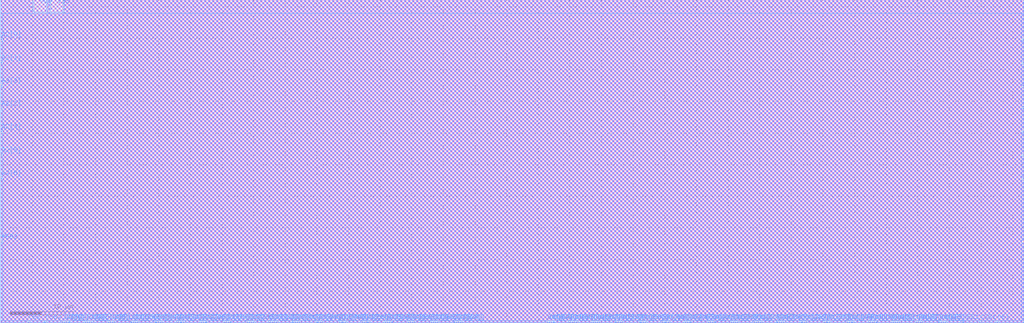
<source format=lef>
VERSION 5.5 ;
NAMESCASESENSITIVE ON ;
BUSBITCHARS "[]" ;
DIVIDERCHAR "/" ;

MACRO sram8t128x72
  CLASS BLOCK ;
  SOURCE USER ;
  ORIGIN 0 0 ;
  SIZE 161.728 BY 51.072 ;
  SYMMETRY X Y R90 ;

  PIN CE1
    DIRECTION INPUT ;
    USE SIGNAL ;
    PORT
      LAYER M2 ;
        RECT 157.472 0.000 157.624 0.152 ;
    END
    PORT
      LAYER M3 ;
        RECT 157.472 0.000 157.624 0.152 ;
    END
    PORT
      LAYER M4 ;
        RECT 157.472 0.000 157.624 0.152 ;
    END
    PORT
      LAYER M5 ;
        RECT 157.472 0.000 157.624 0.152 ;
    END
  END CE1

  PIN CSB1
    DIRECTION INPUT ;
    USE SIGNAL ;
    PORT
      LAYER M2 ;
        RECT 154.736 0.000 154.888 0.152 ;
    END
    PORT
      LAYER M3 ;
        RECT 154.736 0.000 154.888 0.152 ;
    END
    PORT
      LAYER M4 ;
        RECT 154.736 0.000 154.888 0.152 ;
    END
    PORT
      LAYER M5 ;
        RECT 154.736 0.000 154.888 0.152 ;
    END
  END CSB1

  PIN OEB1
    DIRECTION INPUT ;
    USE SIGNAL ;
    PORT
      LAYER M2 ;
        RECT 152.000 0.000 152.152 0.152 ;
    END
    PORT
      LAYER M3 ;
        RECT 152.000 0.000 152.152 0.152 ;
    END
    PORT
      LAYER M4 ;
        RECT 152.000 0.000 152.152 0.152 ;
    END
    PORT
      LAYER M5 ;
        RECT 152.000 0.000 152.152 0.152 ;
    END
  END OEB1

  PIN O1[3]
    DIRECTION OUTPUT ;
    USE SIGNAL ;
    PORT
      LAYER M2 ;
        RECT 149.264 0.000 149.416 0.152 ;
    END
    PORT
      LAYER M3 ;
        RECT 149.264 0.000 149.416 0.152 ;
    END
    PORT
      LAYER M4 ;
        RECT 149.264 0.000 149.416 0.152 ;
    END
    PORT
      LAYER M5 ;
        RECT 149.264 0.000 149.416 0.152 ;
    END
  END O1[3]

  PIN O1[2]
    DIRECTION OUTPUT ;
    USE SIGNAL ;
    PORT
      LAYER M2 ;
        RECT 148.960 0.000 149.112 0.152 ;
    END
    PORT
      LAYER M3 ;
        RECT 148.960 0.000 149.112 0.152 ;
    END
    PORT
      LAYER M4 ;
        RECT 148.960 0.000 149.112 0.152 ;
    END
    PORT
      LAYER M5 ;
        RECT 148.960 0.000 149.112 0.152 ;
    END
  END O1[2]

  PIN O1[1]
    DIRECTION OUTPUT ;
    USE SIGNAL ;
    PORT
      LAYER M2 ;
        RECT 148.656 0.000 148.808 0.152 ;
    END
    PORT
      LAYER M3 ;
        RECT 148.656 0.000 148.808 0.152 ;
    END
    PORT
      LAYER M4 ;
        RECT 148.656 0.000 148.808 0.152 ;
    END
    PORT
      LAYER M5 ;
        RECT 148.656 0.000 148.808 0.152 ;
    END
  END O1[1]

  PIN O1[0]
    DIRECTION OUTPUT ;
    USE SIGNAL ;
    PORT
      LAYER M2 ;
        RECT 148.352 0.000 148.504 0.152 ;
    END
    PORT
      LAYER M3 ;
        RECT 148.352 0.000 148.504 0.152 ;
    END
    PORT
      LAYER M4 ;
        RECT 148.352 0.000 148.504 0.152 ;
    END
    PORT
      LAYER M5 ;
        RECT 148.352 0.000 148.504 0.152 ;
    END
  END O1[0]

  PIN O1[7]
    DIRECTION OUTPUT ;
    USE SIGNAL ;
    PORT
      LAYER M2 ;
        RECT 145.616 0.000 145.768 0.152 ;
    END
    PORT
      LAYER M3 ;
        RECT 145.616 0.000 145.768 0.152 ;
    END
    PORT
      LAYER M4 ;
        RECT 145.616 0.000 145.768 0.152 ;
    END
    PORT
      LAYER M5 ;
        RECT 145.616 0.000 145.768 0.152 ;
    END
  END O1[7]

  PIN O1[6]
    DIRECTION OUTPUT ;
    USE SIGNAL ;
    PORT
      LAYER M2 ;
        RECT 145.312 0.000 145.464 0.152 ;
    END
    PORT
      LAYER M3 ;
        RECT 145.312 0.000 145.464 0.152 ;
    END
    PORT
      LAYER M4 ;
        RECT 145.312 0.000 145.464 0.152 ;
    END
    PORT
      LAYER M5 ;
        RECT 145.312 0.000 145.464 0.152 ;
    END
  END O1[6]

  PIN O1[5]
    DIRECTION OUTPUT ;
    USE SIGNAL ;
    PORT
      LAYER M2 ;
        RECT 145.008 0.000 145.160 0.152 ;
    END
    PORT
      LAYER M3 ;
        RECT 145.008 0.000 145.160 0.152 ;
    END
    PORT
      LAYER M4 ;
        RECT 145.008 0.000 145.160 0.152 ;
    END
    PORT
      LAYER M5 ;
        RECT 145.008 0.000 145.160 0.152 ;
    END
  END O1[5]

  PIN O1[4]
    DIRECTION OUTPUT ;
    USE SIGNAL ;
    PORT
      LAYER M2 ;
        RECT 144.704 0.000 144.856 0.152 ;
    END
    PORT
      LAYER M3 ;
        RECT 144.704 0.000 144.856 0.152 ;
    END
    PORT
      LAYER M4 ;
        RECT 144.704 0.000 144.856 0.152 ;
    END
    PORT
      LAYER M5 ;
        RECT 144.704 0.000 144.856 0.152 ;
    END
  END O1[4]

  PIN O1[11]
    DIRECTION OUTPUT ;
    USE SIGNAL ;
    PORT
      LAYER M2 ;
        RECT 141.968 0.000 142.120 0.152 ;
    END
    PORT
      LAYER M3 ;
        RECT 141.968 0.000 142.120 0.152 ;
    END
    PORT
      LAYER M4 ;
        RECT 141.968 0.000 142.120 0.152 ;
    END
    PORT
      LAYER M5 ;
        RECT 141.968 0.000 142.120 0.152 ;
    END
  END O1[11]

  PIN O1[10]
    DIRECTION OUTPUT ;
    USE SIGNAL ;
    PORT
      LAYER M2 ;
        RECT 141.664 0.000 141.816 0.152 ;
    END
    PORT
      LAYER M3 ;
        RECT 141.664 0.000 141.816 0.152 ;
    END
    PORT
      LAYER M4 ;
        RECT 141.664 0.000 141.816 0.152 ;
    END
    PORT
      LAYER M5 ;
        RECT 141.664 0.000 141.816 0.152 ;
    END
  END O1[10]

  PIN O1[9]
    DIRECTION OUTPUT ;
    USE SIGNAL ;
    PORT
      LAYER M2 ;
        RECT 141.360 0.000 141.512 0.152 ;
    END
    PORT
      LAYER M3 ;
        RECT 141.360 0.000 141.512 0.152 ;
    END
    PORT
      LAYER M4 ;
        RECT 141.360 0.000 141.512 0.152 ;
    END
    PORT
      LAYER M5 ;
        RECT 141.360 0.000 141.512 0.152 ;
    END
  END O1[9]

  PIN O1[8]
    DIRECTION OUTPUT ;
    USE SIGNAL ;
    PORT
      LAYER M2 ;
        RECT 141.056 0.000 141.208 0.152 ;
    END
    PORT
      LAYER M3 ;
        RECT 141.056 0.000 141.208 0.152 ;
    END
    PORT
      LAYER M4 ;
        RECT 141.056 0.000 141.208 0.152 ;
    END
    PORT
      LAYER M5 ;
        RECT 141.056 0.000 141.208 0.152 ;
    END
  END O1[8]

  PIN O1[15]
    DIRECTION OUTPUT ;
    USE SIGNAL ;
    PORT
      LAYER M2 ;
        RECT 138.320 0.000 138.472 0.152 ;
    END
    PORT
      LAYER M3 ;
        RECT 138.320 0.000 138.472 0.152 ;
    END
    PORT
      LAYER M4 ;
        RECT 138.320 0.000 138.472 0.152 ;
    END
    PORT
      LAYER M5 ;
        RECT 138.320 0.000 138.472 0.152 ;
    END
  END O1[15]

  PIN O1[14]
    DIRECTION OUTPUT ;
    USE SIGNAL ;
    PORT
      LAYER M2 ;
        RECT 138.016 0.000 138.168 0.152 ;
    END
    PORT
      LAYER M3 ;
        RECT 138.016 0.000 138.168 0.152 ;
    END
    PORT
      LAYER M4 ;
        RECT 138.016 0.000 138.168 0.152 ;
    END
    PORT
      LAYER M5 ;
        RECT 138.016 0.000 138.168 0.152 ;
    END
  END O1[14]

  PIN O1[13]
    DIRECTION OUTPUT ;
    USE SIGNAL ;
    PORT
      LAYER M2 ;
        RECT 137.712 0.000 137.864 0.152 ;
    END
    PORT
      LAYER M3 ;
        RECT 137.712 0.000 137.864 0.152 ;
    END
    PORT
      LAYER M4 ;
        RECT 137.712 0.000 137.864 0.152 ;
    END
    PORT
      LAYER M5 ;
        RECT 137.712 0.000 137.864 0.152 ;
    END
  END O1[13]

  PIN O1[12]
    DIRECTION OUTPUT ;
    USE SIGNAL ;
    PORT
      LAYER M2 ;
        RECT 137.408 0.000 137.560 0.152 ;
    END
    PORT
      LAYER M3 ;
        RECT 137.408 0.000 137.560 0.152 ;
    END
    PORT
      LAYER M4 ;
        RECT 137.408 0.000 137.560 0.152 ;
    END
    PORT
      LAYER M5 ;
        RECT 137.408 0.000 137.560 0.152 ;
    END
  END O1[12]

  PIN O1[19]
    DIRECTION OUTPUT ;
    USE SIGNAL ;
    PORT
      LAYER M2 ;
        RECT 134.672 0.000 134.824 0.152 ;
    END
    PORT
      LAYER M3 ;
        RECT 134.672 0.000 134.824 0.152 ;
    END
    PORT
      LAYER M4 ;
        RECT 134.672 0.000 134.824 0.152 ;
    END
    PORT
      LAYER M5 ;
        RECT 134.672 0.000 134.824 0.152 ;
    END
  END O1[19]

  PIN O1[18]
    DIRECTION OUTPUT ;
    USE SIGNAL ;
    PORT
      LAYER M2 ;
        RECT 134.368 0.000 134.520 0.152 ;
    END
    PORT
      LAYER M3 ;
        RECT 134.368 0.000 134.520 0.152 ;
    END
    PORT
      LAYER M4 ;
        RECT 134.368 0.000 134.520 0.152 ;
    END
    PORT
      LAYER M5 ;
        RECT 134.368 0.000 134.520 0.152 ;
    END
  END O1[18]

  PIN O1[17]
    DIRECTION OUTPUT ;
    USE SIGNAL ;
    PORT
      LAYER M2 ;
        RECT 134.064 0.000 134.216 0.152 ;
    END
    PORT
      LAYER M3 ;
        RECT 134.064 0.000 134.216 0.152 ;
    END
    PORT
      LAYER M4 ;
        RECT 134.064 0.000 134.216 0.152 ;
    END
    PORT
      LAYER M5 ;
        RECT 134.064 0.000 134.216 0.152 ;
    END
  END O1[17]

  PIN O1[16]
    DIRECTION OUTPUT ;
    USE SIGNAL ;
    PORT
      LAYER M2 ;
        RECT 133.760 0.000 133.912 0.152 ;
    END
    PORT
      LAYER M3 ;
        RECT 133.760 0.000 133.912 0.152 ;
    END
    PORT
      LAYER M4 ;
        RECT 133.760 0.000 133.912 0.152 ;
    END
    PORT
      LAYER M5 ;
        RECT 133.760 0.000 133.912 0.152 ;
    END
  END O1[16]

  PIN O1[23]
    DIRECTION OUTPUT ;
    USE SIGNAL ;
    PORT
      LAYER M2 ;
        RECT 131.024 0.000 131.176 0.152 ;
    END
    PORT
      LAYER M3 ;
        RECT 131.024 0.000 131.176 0.152 ;
    END
    PORT
      LAYER M4 ;
        RECT 131.024 0.000 131.176 0.152 ;
    END
    PORT
      LAYER M5 ;
        RECT 131.024 0.000 131.176 0.152 ;
    END
  END O1[23]

  PIN O1[22]
    DIRECTION OUTPUT ;
    USE SIGNAL ;
    PORT
      LAYER M2 ;
        RECT 130.720 0.000 130.872 0.152 ;
    END
    PORT
      LAYER M3 ;
        RECT 130.720 0.000 130.872 0.152 ;
    END
    PORT
      LAYER M4 ;
        RECT 130.720 0.000 130.872 0.152 ;
    END
    PORT
      LAYER M5 ;
        RECT 130.720 0.000 130.872 0.152 ;
    END
  END O1[22]

  PIN O1[21]
    DIRECTION OUTPUT ;
    USE SIGNAL ;
    PORT
      LAYER M2 ;
        RECT 130.416 0.000 130.568 0.152 ;
    END
    PORT
      LAYER M3 ;
        RECT 130.416 0.000 130.568 0.152 ;
    END
    PORT
      LAYER M4 ;
        RECT 130.416 0.000 130.568 0.152 ;
    END
    PORT
      LAYER M5 ;
        RECT 130.416 0.000 130.568 0.152 ;
    END
  END O1[21]

  PIN O1[20]
    DIRECTION OUTPUT ;
    USE SIGNAL ;
    PORT
      LAYER M2 ;
        RECT 130.112 0.000 130.264 0.152 ;
    END
    PORT
      LAYER M3 ;
        RECT 130.112 0.000 130.264 0.152 ;
    END
    PORT
      LAYER M4 ;
        RECT 130.112 0.000 130.264 0.152 ;
    END
    PORT
      LAYER M5 ;
        RECT 130.112 0.000 130.264 0.152 ;
    END
  END O1[20]

  PIN O1[27]
    DIRECTION OUTPUT ;
    USE SIGNAL ;
    PORT
      LAYER M2 ;
        RECT 127.376 0.000 127.528 0.152 ;
    END
    PORT
      LAYER M3 ;
        RECT 127.376 0.000 127.528 0.152 ;
    END
    PORT
      LAYER M4 ;
        RECT 127.376 0.000 127.528 0.152 ;
    END
    PORT
      LAYER M5 ;
        RECT 127.376 0.000 127.528 0.152 ;
    END
  END O1[27]

  PIN O1[26]
    DIRECTION OUTPUT ;
    USE SIGNAL ;
    PORT
      LAYER M2 ;
        RECT 127.072 0.000 127.224 0.152 ;
    END
    PORT
      LAYER M3 ;
        RECT 127.072 0.000 127.224 0.152 ;
    END
    PORT
      LAYER M4 ;
        RECT 127.072 0.000 127.224 0.152 ;
    END
    PORT
      LAYER M5 ;
        RECT 127.072 0.000 127.224 0.152 ;
    END
  END O1[26]

  PIN O1[25]
    DIRECTION OUTPUT ;
    USE SIGNAL ;
    PORT
      LAYER M2 ;
        RECT 126.768 0.000 126.920 0.152 ;
    END
    PORT
      LAYER M3 ;
        RECT 126.768 0.000 126.920 0.152 ;
    END
    PORT
      LAYER M4 ;
        RECT 126.768 0.000 126.920 0.152 ;
    END
    PORT
      LAYER M5 ;
        RECT 126.768 0.000 126.920 0.152 ;
    END
  END O1[25]

  PIN O1[24]
    DIRECTION OUTPUT ;
    USE SIGNAL ;
    PORT
      LAYER M2 ;
        RECT 126.464 0.000 126.616 0.152 ;
    END
    PORT
      LAYER M3 ;
        RECT 126.464 0.000 126.616 0.152 ;
    END
    PORT
      LAYER M4 ;
        RECT 126.464 0.000 126.616 0.152 ;
    END
    PORT
      LAYER M5 ;
        RECT 126.464 0.000 126.616 0.152 ;
    END
  END O1[24]

  PIN O1[31]
    DIRECTION OUTPUT ;
    USE SIGNAL ;
    PORT
      LAYER M2 ;
        RECT 123.728 0.000 123.880 0.152 ;
    END
    PORT
      LAYER M3 ;
        RECT 123.728 0.000 123.880 0.152 ;
    END
    PORT
      LAYER M4 ;
        RECT 123.728 0.000 123.880 0.152 ;
    END
    PORT
      LAYER M5 ;
        RECT 123.728 0.000 123.880 0.152 ;
    END
  END O1[31]

  PIN O1[30]
    DIRECTION OUTPUT ;
    USE SIGNAL ;
    PORT
      LAYER M2 ;
        RECT 123.424 0.000 123.576 0.152 ;
    END
    PORT
      LAYER M3 ;
        RECT 123.424 0.000 123.576 0.152 ;
    END
    PORT
      LAYER M4 ;
        RECT 123.424 0.000 123.576 0.152 ;
    END
    PORT
      LAYER M5 ;
        RECT 123.424 0.000 123.576 0.152 ;
    END
  END O1[30]

  PIN O1[29]
    DIRECTION OUTPUT ;
    USE SIGNAL ;
    PORT
      LAYER M2 ;
        RECT 123.120 0.000 123.272 0.152 ;
    END
    PORT
      LAYER M3 ;
        RECT 123.120 0.000 123.272 0.152 ;
    END
    PORT
      LAYER M4 ;
        RECT 123.120 0.000 123.272 0.152 ;
    END
    PORT
      LAYER M5 ;
        RECT 123.120 0.000 123.272 0.152 ;
    END
  END O1[29]

  PIN O1[28]
    DIRECTION OUTPUT ;
    USE SIGNAL ;
    PORT
      LAYER M2 ;
        RECT 122.816 0.000 122.968 0.152 ;
    END
    PORT
      LAYER M3 ;
        RECT 122.816 0.000 122.968 0.152 ;
    END
    PORT
      LAYER M4 ;
        RECT 122.816 0.000 122.968 0.152 ;
    END
    PORT
      LAYER M5 ;
        RECT 122.816 0.000 122.968 0.152 ;
    END
  END O1[28]

  PIN O1[35]
    DIRECTION OUTPUT ;
    USE SIGNAL ;
    PORT
      LAYER M2 ;
        RECT 120.080 0.000 120.232 0.152 ;
    END
    PORT
      LAYER M3 ;
        RECT 120.080 0.000 120.232 0.152 ;
    END
    PORT
      LAYER M4 ;
        RECT 120.080 0.000 120.232 0.152 ;
    END
    PORT
      LAYER M5 ;
        RECT 120.080 0.000 120.232 0.152 ;
    END
  END O1[35]

  PIN O1[34]
    DIRECTION OUTPUT ;
    USE SIGNAL ;
    PORT
      LAYER M2 ;
        RECT 119.776 0.000 119.928 0.152 ;
    END
    PORT
      LAYER M3 ;
        RECT 119.776 0.000 119.928 0.152 ;
    END
    PORT
      LAYER M4 ;
        RECT 119.776 0.000 119.928 0.152 ;
    END
    PORT
      LAYER M5 ;
        RECT 119.776 0.000 119.928 0.152 ;
    END
  END O1[34]

  PIN O1[33]
    DIRECTION OUTPUT ;
    USE SIGNAL ;
    PORT
      LAYER M2 ;
        RECT 119.472 0.000 119.624 0.152 ;
    END
    PORT
      LAYER M3 ;
        RECT 119.472 0.000 119.624 0.152 ;
    END
    PORT
      LAYER M4 ;
        RECT 119.472 0.000 119.624 0.152 ;
    END
    PORT
      LAYER M5 ;
        RECT 119.472 0.000 119.624 0.152 ;
    END
  END O1[33]

  PIN O1[32]
    DIRECTION OUTPUT ;
    USE SIGNAL ;
    PORT
      LAYER M2 ;
        RECT 119.168 0.000 119.320 0.152 ;
    END
    PORT
      LAYER M3 ;
        RECT 119.168 0.000 119.320 0.152 ;
    END
    PORT
      LAYER M4 ;
        RECT 119.168 0.000 119.320 0.152 ;
    END
    PORT
      LAYER M5 ;
        RECT 119.168 0.000 119.320 0.152 ;
    END
  END O1[32]

  PIN O1[39]
    DIRECTION OUTPUT ;
    USE SIGNAL ;
    PORT
      LAYER M2 ;
        RECT 116.432 0.000 116.584 0.152 ;
    END
    PORT
      LAYER M3 ;
        RECT 116.432 0.000 116.584 0.152 ;
    END
    PORT
      LAYER M4 ;
        RECT 116.432 0.000 116.584 0.152 ;
    END
    PORT
      LAYER M5 ;
        RECT 116.432 0.000 116.584 0.152 ;
    END
  END O1[39]

  PIN O1[38]
    DIRECTION OUTPUT ;
    USE SIGNAL ;
    PORT
      LAYER M2 ;
        RECT 116.128 0.000 116.280 0.152 ;
    END
    PORT
      LAYER M3 ;
        RECT 116.128 0.000 116.280 0.152 ;
    END
    PORT
      LAYER M4 ;
        RECT 116.128 0.000 116.280 0.152 ;
    END
    PORT
      LAYER M5 ;
        RECT 116.128 0.000 116.280 0.152 ;
    END
  END O1[38]

  PIN O1[37]
    DIRECTION OUTPUT ;
    USE SIGNAL ;
    PORT
      LAYER M2 ;
        RECT 115.824 0.000 115.976 0.152 ;
    END
    PORT
      LAYER M3 ;
        RECT 115.824 0.000 115.976 0.152 ;
    END
    PORT
      LAYER M4 ;
        RECT 115.824 0.000 115.976 0.152 ;
    END
    PORT
      LAYER M5 ;
        RECT 115.824 0.000 115.976 0.152 ;
    END
  END O1[37]

  PIN O1[36]
    DIRECTION OUTPUT ;
    USE SIGNAL ;
    PORT
      LAYER M2 ;
        RECT 115.520 0.000 115.672 0.152 ;
    END
    PORT
      LAYER M3 ;
        RECT 115.520 0.000 115.672 0.152 ;
    END
    PORT
      LAYER M4 ;
        RECT 115.520 0.000 115.672 0.152 ;
    END
    PORT
      LAYER M5 ;
        RECT 115.520 0.000 115.672 0.152 ;
    END
  END O1[36]

  PIN O1[43]
    DIRECTION OUTPUT ;
    USE SIGNAL ;
    PORT
      LAYER M2 ;
        RECT 112.784 0.000 112.936 0.152 ;
    END
    PORT
      LAYER M3 ;
        RECT 112.784 0.000 112.936 0.152 ;
    END
    PORT
      LAYER M4 ;
        RECT 112.784 0.000 112.936 0.152 ;
    END
    PORT
      LAYER M5 ;
        RECT 112.784 0.000 112.936 0.152 ;
    END
  END O1[43]

  PIN O1[42]
    DIRECTION OUTPUT ;
    USE SIGNAL ;
    PORT
      LAYER M2 ;
        RECT 112.480 0.000 112.632 0.152 ;
    END
    PORT
      LAYER M3 ;
        RECT 112.480 0.000 112.632 0.152 ;
    END
    PORT
      LAYER M4 ;
        RECT 112.480 0.000 112.632 0.152 ;
    END
    PORT
      LAYER M5 ;
        RECT 112.480 0.000 112.632 0.152 ;
    END
  END O1[42]

  PIN O1[41]
    DIRECTION OUTPUT ;
    USE SIGNAL ;
    PORT
      LAYER M2 ;
        RECT 112.176 0.000 112.328 0.152 ;
    END
    PORT
      LAYER M3 ;
        RECT 112.176 0.000 112.328 0.152 ;
    END
    PORT
      LAYER M4 ;
        RECT 112.176 0.000 112.328 0.152 ;
    END
    PORT
      LAYER M5 ;
        RECT 112.176 0.000 112.328 0.152 ;
    END
  END O1[41]

  PIN O1[40]
    DIRECTION OUTPUT ;
    USE SIGNAL ;
    PORT
      LAYER M2 ;
        RECT 111.872 0.000 112.024 0.152 ;
    END
    PORT
      LAYER M3 ;
        RECT 111.872 0.000 112.024 0.152 ;
    END
    PORT
      LAYER M4 ;
        RECT 111.872 0.000 112.024 0.152 ;
    END
    PORT
      LAYER M5 ;
        RECT 111.872 0.000 112.024 0.152 ;
    END
  END O1[40]

  PIN O1[47]
    DIRECTION OUTPUT ;
    USE SIGNAL ;
    PORT
      LAYER M2 ;
        RECT 109.136 0.000 109.288 0.152 ;
    END
    PORT
      LAYER M3 ;
        RECT 109.136 0.000 109.288 0.152 ;
    END
    PORT
      LAYER M4 ;
        RECT 109.136 0.000 109.288 0.152 ;
    END
    PORT
      LAYER M5 ;
        RECT 109.136 0.000 109.288 0.152 ;
    END
  END O1[47]

  PIN O1[46]
    DIRECTION OUTPUT ;
    USE SIGNAL ;
    PORT
      LAYER M2 ;
        RECT 108.832 0.000 108.984 0.152 ;
    END
    PORT
      LAYER M3 ;
        RECT 108.832 0.000 108.984 0.152 ;
    END
    PORT
      LAYER M4 ;
        RECT 108.832 0.000 108.984 0.152 ;
    END
    PORT
      LAYER M5 ;
        RECT 108.832 0.000 108.984 0.152 ;
    END
  END O1[46]

  PIN O1[45]
    DIRECTION OUTPUT ;
    USE SIGNAL ;
    PORT
      LAYER M2 ;
        RECT 108.528 0.000 108.680 0.152 ;
    END
    PORT
      LAYER M3 ;
        RECT 108.528 0.000 108.680 0.152 ;
    END
    PORT
      LAYER M4 ;
        RECT 108.528 0.000 108.680 0.152 ;
    END
    PORT
      LAYER M5 ;
        RECT 108.528 0.000 108.680 0.152 ;
    END
  END O1[45]

  PIN O1[44]
    DIRECTION OUTPUT ;
    USE SIGNAL ;
    PORT
      LAYER M2 ;
        RECT 108.224 0.000 108.376 0.152 ;
    END
    PORT
      LAYER M3 ;
        RECT 108.224 0.000 108.376 0.152 ;
    END
    PORT
      LAYER M4 ;
        RECT 108.224 0.000 108.376 0.152 ;
    END
    PORT
      LAYER M5 ;
        RECT 108.224 0.000 108.376 0.152 ;
    END
  END O1[44]

  PIN O1[51]
    DIRECTION OUTPUT ;
    USE SIGNAL ;
    PORT
      LAYER M2 ;
        RECT 105.488 0.000 105.640 0.152 ;
    END
    PORT
      LAYER M3 ;
        RECT 105.488 0.000 105.640 0.152 ;
    END
    PORT
      LAYER M4 ;
        RECT 105.488 0.000 105.640 0.152 ;
    END
    PORT
      LAYER M5 ;
        RECT 105.488 0.000 105.640 0.152 ;
    END
  END O1[51]

  PIN O1[50]
    DIRECTION OUTPUT ;
    USE SIGNAL ;
    PORT
      LAYER M2 ;
        RECT 105.184 0.000 105.336 0.152 ;
    END
    PORT
      LAYER M3 ;
        RECT 105.184 0.000 105.336 0.152 ;
    END
    PORT
      LAYER M4 ;
        RECT 105.184 0.000 105.336 0.152 ;
    END
    PORT
      LAYER M5 ;
        RECT 105.184 0.000 105.336 0.152 ;
    END
  END O1[50]

  PIN O1[49]
    DIRECTION OUTPUT ;
    USE SIGNAL ;
    PORT
      LAYER M2 ;
        RECT 104.880 0.000 105.032 0.152 ;
    END
    PORT
      LAYER M3 ;
        RECT 104.880 0.000 105.032 0.152 ;
    END
    PORT
      LAYER M4 ;
        RECT 104.880 0.000 105.032 0.152 ;
    END
    PORT
      LAYER M5 ;
        RECT 104.880 0.000 105.032 0.152 ;
    END
  END O1[49]

  PIN O1[48]
    DIRECTION OUTPUT ;
    USE SIGNAL ;
    PORT
      LAYER M2 ;
        RECT 104.576 0.000 104.728 0.152 ;
    END
    PORT
      LAYER M3 ;
        RECT 104.576 0.000 104.728 0.152 ;
    END
    PORT
      LAYER M4 ;
        RECT 104.576 0.000 104.728 0.152 ;
    END
    PORT
      LAYER M5 ;
        RECT 104.576 0.000 104.728 0.152 ;
    END
  END O1[48]

  PIN O1[55]
    DIRECTION OUTPUT ;
    USE SIGNAL ;
    PORT
      LAYER M2 ;
        RECT 101.840 0.000 101.992 0.152 ;
    END
    PORT
      LAYER M3 ;
        RECT 101.840 0.000 101.992 0.152 ;
    END
    PORT
      LAYER M4 ;
        RECT 101.840 0.000 101.992 0.152 ;
    END
    PORT
      LAYER M5 ;
        RECT 101.840 0.000 101.992 0.152 ;
    END
  END O1[55]

  PIN O1[54]
    DIRECTION OUTPUT ;
    USE SIGNAL ;
    PORT
      LAYER M2 ;
        RECT 101.536 0.000 101.688 0.152 ;
    END
    PORT
      LAYER M3 ;
        RECT 101.536 0.000 101.688 0.152 ;
    END
    PORT
      LAYER M4 ;
        RECT 101.536 0.000 101.688 0.152 ;
    END
    PORT
      LAYER M5 ;
        RECT 101.536 0.000 101.688 0.152 ;
    END
  END O1[54]

  PIN O1[53]
    DIRECTION OUTPUT ;
    USE SIGNAL ;
    PORT
      LAYER M2 ;
        RECT 101.232 0.000 101.384 0.152 ;
    END
    PORT
      LAYER M3 ;
        RECT 101.232 0.000 101.384 0.152 ;
    END
    PORT
      LAYER M4 ;
        RECT 101.232 0.000 101.384 0.152 ;
    END
    PORT
      LAYER M5 ;
        RECT 101.232 0.000 101.384 0.152 ;
    END
  END O1[53]

  PIN O1[52]
    DIRECTION OUTPUT ;
    USE SIGNAL ;
    PORT
      LAYER M2 ;
        RECT 100.928 0.000 101.080 0.152 ;
    END
    PORT
      LAYER M3 ;
        RECT 100.928 0.000 101.080 0.152 ;
    END
    PORT
      LAYER M4 ;
        RECT 100.928 0.000 101.080 0.152 ;
    END
    PORT
      LAYER M5 ;
        RECT 100.928 0.000 101.080 0.152 ;
    END
  END O1[52]

  PIN O1[59]
    DIRECTION OUTPUT ;
    USE SIGNAL ;
    PORT
      LAYER M2 ;
        RECT 98.192 0.000 98.344 0.152 ;
    END
    PORT
      LAYER M3 ;
        RECT 98.192 0.000 98.344 0.152 ;
    END
    PORT
      LAYER M4 ;
        RECT 98.192 0.000 98.344 0.152 ;
    END
    PORT
      LAYER M5 ;
        RECT 98.192 0.000 98.344 0.152 ;
    END
  END O1[59]

  PIN O1[58]
    DIRECTION OUTPUT ;
    USE SIGNAL ;
    PORT
      LAYER M2 ;
        RECT 97.888 0.000 98.040 0.152 ;
    END
    PORT
      LAYER M3 ;
        RECT 97.888 0.000 98.040 0.152 ;
    END
    PORT
      LAYER M4 ;
        RECT 97.888 0.000 98.040 0.152 ;
    END
    PORT
      LAYER M5 ;
        RECT 97.888 0.000 98.040 0.152 ;
    END
  END O1[58]

  PIN O1[57]
    DIRECTION OUTPUT ;
    USE SIGNAL ;
    PORT
      LAYER M2 ;
        RECT 97.584 0.000 97.736 0.152 ;
    END
    PORT
      LAYER M3 ;
        RECT 97.584 0.000 97.736 0.152 ;
    END
    PORT
      LAYER M4 ;
        RECT 97.584 0.000 97.736 0.152 ;
    END
    PORT
      LAYER M5 ;
        RECT 97.584 0.000 97.736 0.152 ;
    END
  END O1[57]

  PIN O1[56]
    DIRECTION OUTPUT ;
    USE SIGNAL ;
    PORT
      LAYER M2 ;
        RECT 97.280 0.000 97.432 0.152 ;
    END
    PORT
      LAYER M3 ;
        RECT 97.280 0.000 97.432 0.152 ;
    END
    PORT
      LAYER M4 ;
        RECT 97.280 0.000 97.432 0.152 ;
    END
    PORT
      LAYER M5 ;
        RECT 97.280 0.000 97.432 0.152 ;
    END
  END O1[56]

  PIN O1[63]
    DIRECTION OUTPUT ;
    USE SIGNAL ;
    PORT
      LAYER M2 ;
        RECT 94.544 0.000 94.696 0.152 ;
    END
    PORT
      LAYER M3 ;
        RECT 94.544 0.000 94.696 0.152 ;
    END
    PORT
      LAYER M4 ;
        RECT 94.544 0.000 94.696 0.152 ;
    END
    PORT
      LAYER M5 ;
        RECT 94.544 0.000 94.696 0.152 ;
    END
  END O1[63]

  PIN O1[62]
    DIRECTION OUTPUT ;
    USE SIGNAL ;
    PORT
      LAYER M2 ;
        RECT 94.240 0.000 94.392 0.152 ;
    END
    PORT
      LAYER M3 ;
        RECT 94.240 0.000 94.392 0.152 ;
    END
    PORT
      LAYER M4 ;
        RECT 94.240 0.000 94.392 0.152 ;
    END
    PORT
      LAYER M5 ;
        RECT 94.240 0.000 94.392 0.152 ;
    END
  END O1[62]

  PIN O1[61]
    DIRECTION OUTPUT ;
    USE SIGNAL ;
    PORT
      LAYER M2 ;
        RECT 93.936 0.000 94.088 0.152 ;
    END
    PORT
      LAYER M3 ;
        RECT 93.936 0.000 94.088 0.152 ;
    END
    PORT
      LAYER M4 ;
        RECT 93.936 0.000 94.088 0.152 ;
    END
    PORT
      LAYER M5 ;
        RECT 93.936 0.000 94.088 0.152 ;
    END
  END O1[61]

  PIN O1[60]
    DIRECTION OUTPUT ;
    USE SIGNAL ;
    PORT
      LAYER M2 ;
        RECT 93.632 0.000 93.784 0.152 ;
    END
    PORT
      LAYER M3 ;
        RECT 93.632 0.000 93.784 0.152 ;
    END
    PORT
      LAYER M4 ;
        RECT 93.632 0.000 93.784 0.152 ;
    END
    PORT
      LAYER M5 ;
        RECT 93.632 0.000 93.784 0.152 ;
    END
  END O1[60]

  PIN O1[67]
    DIRECTION OUTPUT ;
    USE SIGNAL ;
    PORT
      LAYER M2 ;
        RECT 90.896 0.000 91.048 0.152 ;
    END
    PORT
      LAYER M3 ;
        RECT 90.896 0.000 91.048 0.152 ;
    END
    PORT
      LAYER M4 ;
        RECT 90.896 0.000 91.048 0.152 ;
    END
    PORT
      LAYER M5 ;
        RECT 90.896 0.000 91.048 0.152 ;
    END
  END O1[67]

  PIN O1[66]
    DIRECTION OUTPUT ;
    USE SIGNAL ;
    PORT
      LAYER M2 ;
        RECT 90.592 0.000 90.744 0.152 ;
    END
    PORT
      LAYER M3 ;
        RECT 90.592 0.000 90.744 0.152 ;
    END
    PORT
      LAYER M4 ;
        RECT 90.592 0.000 90.744 0.152 ;
    END
    PORT
      LAYER M5 ;
        RECT 90.592 0.000 90.744 0.152 ;
    END
  END O1[66]

  PIN O1[65]
    DIRECTION OUTPUT ;
    USE SIGNAL ;
    PORT
      LAYER M2 ;
        RECT 90.288 0.000 90.440 0.152 ;
    END
    PORT
      LAYER M3 ;
        RECT 90.288 0.000 90.440 0.152 ;
    END
    PORT
      LAYER M4 ;
        RECT 90.288 0.000 90.440 0.152 ;
    END
    PORT
      LAYER M5 ;
        RECT 90.288 0.000 90.440 0.152 ;
    END
  END O1[65]

  PIN O1[64]
    DIRECTION OUTPUT ;
    USE SIGNAL ;
    PORT
      LAYER M2 ;
        RECT 89.984 0.000 90.136 0.152 ;
    END
    PORT
      LAYER M3 ;
        RECT 89.984 0.000 90.136 0.152 ;
    END
    PORT
      LAYER M4 ;
        RECT 89.984 0.000 90.136 0.152 ;
    END
    PORT
      LAYER M5 ;
        RECT 89.984 0.000 90.136 0.152 ;
    END
  END O1[64]

  PIN O1[71]
    DIRECTION OUTPUT ;
    USE SIGNAL ;
    PORT
      LAYER M2 ;
        RECT 87.248 0.000 87.400 0.152 ;
    END
    PORT
      LAYER M3 ;
        RECT 87.248 0.000 87.400 0.152 ;
    END
    PORT
      LAYER M4 ;
        RECT 87.248 0.000 87.400 0.152 ;
    END
    PORT
      LAYER M5 ;
        RECT 87.248 0.000 87.400 0.152 ;
    END
  END O1[71]

  PIN O1[70]
    DIRECTION OUTPUT ;
    USE SIGNAL ;
    PORT
      LAYER M2 ;
        RECT 86.944 0.000 87.096 0.152 ;
    END
    PORT
      LAYER M3 ;
        RECT 86.944 0.000 87.096 0.152 ;
    END
    PORT
      LAYER M4 ;
        RECT 86.944 0.000 87.096 0.152 ;
    END
    PORT
      LAYER M5 ;
        RECT 86.944 0.000 87.096 0.152 ;
    END
  END O1[70]

  PIN O1[69]
    DIRECTION OUTPUT ;
    USE SIGNAL ;
    PORT
      LAYER M2 ;
        RECT 86.640 0.000 86.792 0.152 ;
    END
    PORT
      LAYER M3 ;
        RECT 86.640 0.000 86.792 0.152 ;
    END
    PORT
      LAYER M4 ;
        RECT 86.640 0.000 86.792 0.152 ;
    END
    PORT
      LAYER M5 ;
        RECT 86.640 0.000 86.792 0.152 ;
    END
  END O1[69]

  PIN O1[68]
    DIRECTION OUTPUT ;
    USE SIGNAL ;
    PORT
      LAYER M2 ;
        RECT 86.336 0.000 86.488 0.152 ;
    END
    PORT
      LAYER M3 ;
        RECT 86.336 0.000 86.488 0.152 ;
    END
    PORT
      LAYER M4 ;
        RECT 86.336 0.000 86.488 0.152 ;
    END
    PORT
      LAYER M5 ;
        RECT 86.336 0.000 86.488 0.152 ;
    END
  END O1[68]

  PIN A1[0]
    DIRECTION INPUT ;
    USE SIGNAL ;
    PORT
      LAYER M2 ;
        RECT 161.576 44.688 161.728 44.840 ;
    END
    PORT
      LAYER M3 ;
        RECT 161.576 44.688 161.728 44.840 ;
    END
    PORT
      LAYER M4 ;
        RECT 161.576 44.688 161.728 44.840 ;
    END
    PORT
      LAYER M5 ;
        RECT 161.576 44.688 161.728 44.840 ;
    END
  END A1[0]

  PIN A1[1]
    DIRECTION INPUT ;
    USE SIGNAL ;
    PORT
      LAYER M2 ;
        RECT 161.576 41.040 161.728 41.192 ;
    END
    PORT
      LAYER M3 ;
        RECT 161.576 41.040 161.728 41.192 ;
    END
    PORT
      LAYER M4 ;
        RECT 161.576 41.040 161.728 41.192 ;
    END
    PORT
      LAYER M5 ;
        RECT 161.576 41.040 161.728 41.192 ;
    END
  END A1[1]

  PIN A1[2]
    DIRECTION INPUT ;
    USE SIGNAL ;
    PORT
      LAYER M2 ;
        RECT 161.576 37.392 161.728 37.544 ;
    END
    PORT
      LAYER M3 ;
        RECT 161.576 37.392 161.728 37.544 ;
    END
    PORT
      LAYER M4 ;
        RECT 161.576 37.392 161.728 37.544 ;
    END
    PORT
      LAYER M5 ;
        RECT 161.576 37.392 161.728 37.544 ;
    END
  END A1[2]

  PIN A1[3]
    DIRECTION INPUT ;
    USE SIGNAL ;
    PORT
      LAYER M2 ;
        RECT 161.576 33.744 161.728 33.896 ;
    END
    PORT
      LAYER M3 ;
        RECT 161.576 33.744 161.728 33.896 ;
    END
    PORT
      LAYER M4 ;
        RECT 161.576 33.744 161.728 33.896 ;
    END
    PORT
      LAYER M5 ;
        RECT 161.576 33.744 161.728 33.896 ;
    END
  END A1[3]

  PIN A1[4]
    DIRECTION INPUT ;
    USE SIGNAL ;
    PORT
      LAYER M2 ;
        RECT 161.576 30.096 161.728 30.248 ;
    END
    PORT
      LAYER M3 ;
        RECT 161.576 30.096 161.728 30.248 ;
    END
    PORT
      LAYER M4 ;
        RECT 161.576 30.096 161.728 30.248 ;
    END
    PORT
      LAYER M5 ;
        RECT 161.576 30.096 161.728 30.248 ;
    END
  END A1[4]

  PIN A1[5]
    DIRECTION INPUT ;
    USE SIGNAL ;
    PORT
      LAYER M2 ;
        RECT 161.576 26.448 161.728 26.600 ;
    END
    PORT
      LAYER M3 ;
        RECT 161.576 26.448 161.728 26.600 ;
    END
    PORT
      LAYER M4 ;
        RECT 161.576 26.448 161.728 26.600 ;
    END
    PORT
      LAYER M5 ;
        RECT 161.576 26.448 161.728 26.600 ;
    END
  END A1[5]

  PIN A1[6]
    DIRECTION INPUT ;
    USE SIGNAL ;
    PORT
      LAYER M2 ;
        RECT 161.576 22.800 161.728 22.952 ;
    END
    PORT
      LAYER M3 ;
        RECT 161.576 22.800 161.728 22.952 ;
    END
    PORT
      LAYER M4 ;
        RECT 161.576 22.800 161.728 22.952 ;
    END
    PORT
      LAYER M5 ;
        RECT 161.576 22.800 161.728 22.952 ;
    END
  END A1[6]

  PIN CE2
    DIRECTION INPUT ;
    USE SIGNAL ;
    PORT
      LAYER M2 ;
        RECT 4.256 0.000 4.408 0.152 ;
    END
    PORT
      LAYER M3 ;
        RECT 4.256 0.000 4.408 0.152 ;
    END
    PORT
      LAYER M4 ;
        RECT 4.256 0.000 4.408 0.152 ;
    END
    PORT
      LAYER M5 ;
        RECT 4.256 0.000 4.408 0.152 ;
    END
  END CE2

  PIN CSB2
    DIRECTION INPUT ;
    USE SIGNAL ;
    PORT
      LAYER M2 ;
        RECT 6.992 0.000 7.144 0.152 ;
    END
    PORT
      LAYER M3 ;
        RECT 6.992 0.000 7.144 0.152 ;
    END
    PORT
      LAYER M4 ;
        RECT 6.992 0.000 7.144 0.152 ;
    END
    PORT
      LAYER M5 ;
        RECT 6.992 0.000 7.144 0.152 ;
    END
  END CSB2

  PIN I2[0]
    DIRECTION INPUT ;
    USE SIGNAL ;
    PORT
      LAYER M2 ;
        RECT 9.728 0.000 9.880 0.152 ;
    END
    PORT
      LAYER M3 ;
        RECT 9.728 0.000 9.880 0.152 ;
    END
    PORT
      LAYER M4 ;
        RECT 9.728 0.000 9.880 0.152 ;
    END
    PORT
      LAYER M5 ;
        RECT 9.728 0.000 9.880 0.152 ;
    END
  END I2[0]

  PIN I2[1]
    DIRECTION INPUT ;
    USE SIGNAL ;
    PORT
      LAYER M2 ;
        RECT 10.032 0.000 10.184 0.152 ;
    END
    PORT
      LAYER M3 ;
        RECT 10.032 0.000 10.184 0.152 ;
    END
    PORT
      LAYER M4 ;
        RECT 10.032 0.000 10.184 0.152 ;
    END
    PORT
      LAYER M5 ;
        RECT 10.032 0.000 10.184 0.152 ;
    END
  END I2[1]

  PIN I2[2]
    DIRECTION INPUT ;
    USE SIGNAL ;
    PORT
      LAYER M2 ;
        RECT 10.336 0.000 10.488 0.152 ;
    END
    PORT
      LAYER M3 ;
        RECT 10.336 0.000 10.488 0.152 ;
    END
    PORT
      LAYER M4 ;
        RECT 10.336 0.000 10.488 0.152 ;
    END
    PORT
      LAYER M5 ;
        RECT 10.336 0.000 10.488 0.152 ;
    END
  END I2[2]

  PIN I2[3]
    DIRECTION INPUT ;
    USE SIGNAL ;
    PORT
      LAYER M2 ;
        RECT 10.640 0.000 10.792 0.152 ;
    END
    PORT
      LAYER M3 ;
        RECT 10.640 0.000 10.792 0.152 ;
    END
    PORT
      LAYER M4 ;
        RECT 10.640 0.000 10.792 0.152 ;
    END
    PORT
      LAYER M5 ;
        RECT 10.640 0.000 10.792 0.152 ;
    END
  END I2[3]

  PIN I2[4]
    DIRECTION INPUT ;
    USE SIGNAL ;
    PORT
      LAYER M2 ;
        RECT 13.376 0.000 13.528 0.152 ;
    END
    PORT
      LAYER M3 ;
        RECT 13.376 0.000 13.528 0.152 ;
    END
    PORT
      LAYER M4 ;
        RECT 13.376 0.000 13.528 0.152 ;
    END
    PORT
      LAYER M5 ;
        RECT 13.376 0.000 13.528 0.152 ;
    END
  END I2[4]

  PIN I2[5]
    DIRECTION INPUT ;
    USE SIGNAL ;
    PORT
      LAYER M2 ;
        RECT 13.680 0.000 13.832 0.152 ;
    END
    PORT
      LAYER M3 ;
        RECT 13.680 0.000 13.832 0.152 ;
    END
    PORT
      LAYER M4 ;
        RECT 13.680 0.000 13.832 0.152 ;
    END
    PORT
      LAYER M5 ;
        RECT 13.680 0.000 13.832 0.152 ;
    END
  END I2[5]

  PIN I2[6]
    DIRECTION INPUT ;
    USE SIGNAL ;
    PORT
      LAYER M2 ;
        RECT 13.984 0.000 14.136 0.152 ;
    END
    PORT
      LAYER M3 ;
        RECT 13.984 0.000 14.136 0.152 ;
    END
    PORT
      LAYER M4 ;
        RECT 13.984 0.000 14.136 0.152 ;
    END
    PORT
      LAYER M5 ;
        RECT 13.984 0.000 14.136 0.152 ;
    END
  END I2[6]

  PIN I2[7]
    DIRECTION INPUT ;
    USE SIGNAL ;
    PORT
      LAYER M2 ;
        RECT 14.288 0.000 14.440 0.152 ;
    END
    PORT
      LAYER M3 ;
        RECT 14.288 0.000 14.440 0.152 ;
    END
    PORT
      LAYER M4 ;
        RECT 14.288 0.000 14.440 0.152 ;
    END
    PORT
      LAYER M5 ;
        RECT 14.288 0.000 14.440 0.152 ;
    END
  END I2[7]

  PIN I2[8]
    DIRECTION INPUT ;
    USE SIGNAL ;
    PORT
      LAYER M2 ;
        RECT 17.024 0.000 17.176 0.152 ;
    END
    PORT
      LAYER M3 ;
        RECT 17.024 0.000 17.176 0.152 ;
    END
    PORT
      LAYER M4 ;
        RECT 17.024 0.000 17.176 0.152 ;
    END
    PORT
      LAYER M5 ;
        RECT 17.024 0.000 17.176 0.152 ;
    END
  END I2[8]

  PIN I2[9]
    DIRECTION INPUT ;
    USE SIGNAL ;
    PORT
      LAYER M2 ;
        RECT 17.328 0.000 17.480 0.152 ;
    END
    PORT
      LAYER M3 ;
        RECT 17.328 0.000 17.480 0.152 ;
    END
    PORT
      LAYER M4 ;
        RECT 17.328 0.000 17.480 0.152 ;
    END
    PORT
      LAYER M5 ;
        RECT 17.328 0.000 17.480 0.152 ;
    END
  END I2[9]

  PIN I2[10]
    DIRECTION INPUT ;
    USE SIGNAL ;
    PORT
      LAYER M2 ;
        RECT 17.632 0.000 17.784 0.152 ;
    END
    PORT
      LAYER M3 ;
        RECT 17.632 0.000 17.784 0.152 ;
    END
    PORT
      LAYER M4 ;
        RECT 17.632 0.000 17.784 0.152 ;
    END
    PORT
      LAYER M5 ;
        RECT 17.632 0.000 17.784 0.152 ;
    END
  END I2[10]

  PIN I2[11]
    DIRECTION INPUT ;
    USE SIGNAL ;
    PORT
      LAYER M2 ;
        RECT 17.936 0.000 18.088 0.152 ;
    END
    PORT
      LAYER M3 ;
        RECT 17.936 0.000 18.088 0.152 ;
    END
    PORT
      LAYER M4 ;
        RECT 17.936 0.000 18.088 0.152 ;
    END
    PORT
      LAYER M5 ;
        RECT 17.936 0.000 18.088 0.152 ;
    END
  END I2[11]

  PIN I2[12]
    DIRECTION INPUT ;
    USE SIGNAL ;
    PORT
      LAYER M2 ;
        RECT 20.672 0.000 20.824 0.152 ;
    END
    PORT
      LAYER M3 ;
        RECT 20.672 0.000 20.824 0.152 ;
    END
    PORT
      LAYER M4 ;
        RECT 20.672 0.000 20.824 0.152 ;
    END
    PORT
      LAYER M5 ;
        RECT 20.672 0.000 20.824 0.152 ;
    END
  END I2[12]

  PIN I2[13]
    DIRECTION INPUT ;
    USE SIGNAL ;
    PORT
      LAYER M2 ;
        RECT 20.976 0.000 21.128 0.152 ;
    END
    PORT
      LAYER M3 ;
        RECT 20.976 0.000 21.128 0.152 ;
    END
    PORT
      LAYER M4 ;
        RECT 20.976 0.000 21.128 0.152 ;
    END
    PORT
      LAYER M5 ;
        RECT 20.976 0.000 21.128 0.152 ;
    END
  END I2[13]

  PIN I2[14]
    DIRECTION INPUT ;
    USE SIGNAL ;
    PORT
      LAYER M2 ;
        RECT 21.280 0.000 21.432 0.152 ;
    END
    PORT
      LAYER M3 ;
        RECT 21.280 0.000 21.432 0.152 ;
    END
    PORT
      LAYER M4 ;
        RECT 21.280 0.000 21.432 0.152 ;
    END
    PORT
      LAYER M5 ;
        RECT 21.280 0.000 21.432 0.152 ;
    END
  END I2[14]

  PIN I2[15]
    DIRECTION INPUT ;
    USE SIGNAL ;
    PORT
      LAYER M2 ;
        RECT 21.584 0.000 21.736 0.152 ;
    END
    PORT
      LAYER M3 ;
        RECT 21.584 0.000 21.736 0.152 ;
    END
    PORT
      LAYER M4 ;
        RECT 21.584 0.000 21.736 0.152 ;
    END
    PORT
      LAYER M5 ;
        RECT 21.584 0.000 21.736 0.152 ;
    END
  END I2[15]

  PIN I2[16]
    DIRECTION INPUT ;
    USE SIGNAL ;
    PORT
      LAYER M2 ;
        RECT 24.320 0.000 24.472 0.152 ;
    END
    PORT
      LAYER M3 ;
        RECT 24.320 0.000 24.472 0.152 ;
    END
    PORT
      LAYER M4 ;
        RECT 24.320 0.000 24.472 0.152 ;
    END
    PORT
      LAYER M5 ;
        RECT 24.320 0.000 24.472 0.152 ;
    END
  END I2[16]

  PIN I2[17]
    DIRECTION INPUT ;
    USE SIGNAL ;
    PORT
      LAYER M2 ;
        RECT 24.624 0.000 24.776 0.152 ;
    END
    PORT
      LAYER M3 ;
        RECT 24.624 0.000 24.776 0.152 ;
    END
    PORT
      LAYER M4 ;
        RECT 24.624 0.000 24.776 0.152 ;
    END
    PORT
      LAYER M5 ;
        RECT 24.624 0.000 24.776 0.152 ;
    END
  END I2[17]

  PIN I2[18]
    DIRECTION INPUT ;
    USE SIGNAL ;
    PORT
      LAYER M2 ;
        RECT 24.928 0.000 25.080 0.152 ;
    END
    PORT
      LAYER M3 ;
        RECT 24.928 0.000 25.080 0.152 ;
    END
    PORT
      LAYER M4 ;
        RECT 24.928 0.000 25.080 0.152 ;
    END
    PORT
      LAYER M5 ;
        RECT 24.928 0.000 25.080 0.152 ;
    END
  END I2[18]

  PIN I2[19]
    DIRECTION INPUT ;
    USE SIGNAL ;
    PORT
      LAYER M2 ;
        RECT 25.232 0.000 25.384 0.152 ;
    END
    PORT
      LAYER M3 ;
        RECT 25.232 0.000 25.384 0.152 ;
    END
    PORT
      LAYER M4 ;
        RECT 25.232 0.000 25.384 0.152 ;
    END
    PORT
      LAYER M5 ;
        RECT 25.232 0.000 25.384 0.152 ;
    END
  END I2[19]

  PIN I2[20]
    DIRECTION INPUT ;
    USE SIGNAL ;
    PORT
      LAYER M2 ;
        RECT 27.968 0.000 28.120 0.152 ;
    END
    PORT
      LAYER M3 ;
        RECT 27.968 0.000 28.120 0.152 ;
    END
    PORT
      LAYER M4 ;
        RECT 27.968 0.000 28.120 0.152 ;
    END
    PORT
      LAYER M5 ;
        RECT 27.968 0.000 28.120 0.152 ;
    END
  END I2[20]

  PIN I2[21]
    DIRECTION INPUT ;
    USE SIGNAL ;
    PORT
      LAYER M2 ;
        RECT 28.272 0.000 28.424 0.152 ;
    END
    PORT
      LAYER M3 ;
        RECT 28.272 0.000 28.424 0.152 ;
    END
    PORT
      LAYER M4 ;
        RECT 28.272 0.000 28.424 0.152 ;
    END
    PORT
      LAYER M5 ;
        RECT 28.272 0.000 28.424 0.152 ;
    END
  END I2[21]

  PIN I2[22]
    DIRECTION INPUT ;
    USE SIGNAL ;
    PORT
      LAYER M2 ;
        RECT 28.576 0.000 28.728 0.152 ;
    END
    PORT
      LAYER M3 ;
        RECT 28.576 0.000 28.728 0.152 ;
    END
    PORT
      LAYER M4 ;
        RECT 28.576 0.000 28.728 0.152 ;
    END
    PORT
      LAYER M5 ;
        RECT 28.576 0.000 28.728 0.152 ;
    END
  END I2[22]

  PIN I2[23]
    DIRECTION INPUT ;
    USE SIGNAL ;
    PORT
      LAYER M2 ;
        RECT 28.880 0.000 29.032 0.152 ;
    END
    PORT
      LAYER M3 ;
        RECT 28.880 0.000 29.032 0.152 ;
    END
    PORT
      LAYER M4 ;
        RECT 28.880 0.000 29.032 0.152 ;
    END
    PORT
      LAYER M5 ;
        RECT 28.880 0.000 29.032 0.152 ;
    END
  END I2[23]

  PIN I2[24]
    DIRECTION INPUT ;
    USE SIGNAL ;
    PORT
      LAYER M2 ;
        RECT 31.616 0.000 31.768 0.152 ;
    END
    PORT
      LAYER M3 ;
        RECT 31.616 0.000 31.768 0.152 ;
    END
    PORT
      LAYER M4 ;
        RECT 31.616 0.000 31.768 0.152 ;
    END
    PORT
      LAYER M5 ;
        RECT 31.616 0.000 31.768 0.152 ;
    END
  END I2[24]

  PIN I2[25]
    DIRECTION INPUT ;
    USE SIGNAL ;
    PORT
      LAYER M2 ;
        RECT 31.920 0.000 32.072 0.152 ;
    END
    PORT
      LAYER M3 ;
        RECT 31.920 0.000 32.072 0.152 ;
    END
    PORT
      LAYER M4 ;
        RECT 31.920 0.000 32.072 0.152 ;
    END
    PORT
      LAYER M5 ;
        RECT 31.920 0.000 32.072 0.152 ;
    END
  END I2[25]

  PIN I2[26]
    DIRECTION INPUT ;
    USE SIGNAL ;
    PORT
      LAYER M2 ;
        RECT 32.224 0.000 32.376 0.152 ;
    END
    PORT
      LAYER M3 ;
        RECT 32.224 0.000 32.376 0.152 ;
    END
    PORT
      LAYER M4 ;
        RECT 32.224 0.000 32.376 0.152 ;
    END
    PORT
      LAYER M5 ;
        RECT 32.224 0.000 32.376 0.152 ;
    END
  END I2[26]

  PIN I2[27]
    DIRECTION INPUT ;
    USE SIGNAL ;
    PORT
      LAYER M2 ;
        RECT 32.528 0.000 32.680 0.152 ;
    END
    PORT
      LAYER M3 ;
        RECT 32.528 0.000 32.680 0.152 ;
    END
    PORT
      LAYER M4 ;
        RECT 32.528 0.000 32.680 0.152 ;
    END
    PORT
      LAYER M5 ;
        RECT 32.528 0.000 32.680 0.152 ;
    END
  END I2[27]

  PIN I2[28]
    DIRECTION INPUT ;
    USE SIGNAL ;
    PORT
      LAYER M2 ;
        RECT 35.264 0.000 35.416 0.152 ;
    END
    PORT
      LAYER M3 ;
        RECT 35.264 0.000 35.416 0.152 ;
    END
    PORT
      LAYER M4 ;
        RECT 35.264 0.000 35.416 0.152 ;
    END
    PORT
      LAYER M5 ;
        RECT 35.264 0.000 35.416 0.152 ;
    END
  END I2[28]

  PIN I2[29]
    DIRECTION INPUT ;
    USE SIGNAL ;
    PORT
      LAYER M2 ;
        RECT 35.568 0.000 35.720 0.152 ;
    END
    PORT
      LAYER M3 ;
        RECT 35.568 0.000 35.720 0.152 ;
    END
    PORT
      LAYER M4 ;
        RECT 35.568 0.000 35.720 0.152 ;
    END
    PORT
      LAYER M5 ;
        RECT 35.568 0.000 35.720 0.152 ;
    END
  END I2[29]

  PIN I2[30]
    DIRECTION INPUT ;
    USE SIGNAL ;
    PORT
      LAYER M2 ;
        RECT 35.872 0.000 36.024 0.152 ;
    END
    PORT
      LAYER M3 ;
        RECT 35.872 0.000 36.024 0.152 ;
    END
    PORT
      LAYER M4 ;
        RECT 35.872 0.000 36.024 0.152 ;
    END
    PORT
      LAYER M5 ;
        RECT 35.872 0.000 36.024 0.152 ;
    END
  END I2[30]

  PIN I2[31]
    DIRECTION INPUT ;
    USE SIGNAL ;
    PORT
      LAYER M2 ;
        RECT 36.176 0.000 36.328 0.152 ;
    END
    PORT
      LAYER M3 ;
        RECT 36.176 0.000 36.328 0.152 ;
    END
    PORT
      LAYER M4 ;
        RECT 36.176 0.000 36.328 0.152 ;
    END
    PORT
      LAYER M5 ;
        RECT 36.176 0.000 36.328 0.152 ;
    END
  END I2[31]

  PIN I2[32]
    DIRECTION INPUT ;
    USE SIGNAL ;
    PORT
      LAYER M2 ;
        RECT 38.912 0.000 39.064 0.152 ;
    END
    PORT
      LAYER M3 ;
        RECT 38.912 0.000 39.064 0.152 ;
    END
    PORT
      LAYER M4 ;
        RECT 38.912 0.000 39.064 0.152 ;
    END
    PORT
      LAYER M5 ;
        RECT 38.912 0.000 39.064 0.152 ;
    END
  END I2[32]

  PIN I2[33]
    DIRECTION INPUT ;
    USE SIGNAL ;
    PORT
      LAYER M2 ;
        RECT 39.216 0.000 39.368 0.152 ;
    END
    PORT
      LAYER M3 ;
        RECT 39.216 0.000 39.368 0.152 ;
    END
    PORT
      LAYER M4 ;
        RECT 39.216 0.000 39.368 0.152 ;
    END
    PORT
      LAYER M5 ;
        RECT 39.216 0.000 39.368 0.152 ;
    END
  END I2[33]

  PIN I2[34]
    DIRECTION INPUT ;
    USE SIGNAL ;
    PORT
      LAYER M2 ;
        RECT 39.520 0.000 39.672 0.152 ;
    END
    PORT
      LAYER M3 ;
        RECT 39.520 0.000 39.672 0.152 ;
    END
    PORT
      LAYER M4 ;
        RECT 39.520 0.000 39.672 0.152 ;
    END
    PORT
      LAYER M5 ;
        RECT 39.520 0.000 39.672 0.152 ;
    END
  END I2[34]

  PIN I2[35]
    DIRECTION INPUT ;
    USE SIGNAL ;
    PORT
      LAYER M2 ;
        RECT 39.824 0.000 39.976 0.152 ;
    END
    PORT
      LAYER M3 ;
        RECT 39.824 0.000 39.976 0.152 ;
    END
    PORT
      LAYER M4 ;
        RECT 39.824 0.000 39.976 0.152 ;
    END
    PORT
      LAYER M5 ;
        RECT 39.824 0.000 39.976 0.152 ;
    END
  END I2[35]

  PIN I2[36]
    DIRECTION INPUT ;
    USE SIGNAL ;
    PORT
      LAYER M2 ;
        RECT 42.560 0.000 42.712 0.152 ;
    END
    PORT
      LAYER M3 ;
        RECT 42.560 0.000 42.712 0.152 ;
    END
    PORT
      LAYER M4 ;
        RECT 42.560 0.000 42.712 0.152 ;
    END
    PORT
      LAYER M5 ;
        RECT 42.560 0.000 42.712 0.152 ;
    END
  END I2[36]

  PIN I2[37]
    DIRECTION INPUT ;
    USE SIGNAL ;
    PORT
      LAYER M2 ;
        RECT 42.864 0.000 43.016 0.152 ;
    END
    PORT
      LAYER M3 ;
        RECT 42.864 0.000 43.016 0.152 ;
    END
    PORT
      LAYER M4 ;
        RECT 42.864 0.000 43.016 0.152 ;
    END
    PORT
      LAYER M5 ;
        RECT 42.864 0.000 43.016 0.152 ;
    END
  END I2[37]

  PIN I2[38]
    DIRECTION INPUT ;
    USE SIGNAL ;
    PORT
      LAYER M2 ;
        RECT 43.168 0.000 43.320 0.152 ;
    END
    PORT
      LAYER M3 ;
        RECT 43.168 0.000 43.320 0.152 ;
    END
    PORT
      LAYER M4 ;
        RECT 43.168 0.000 43.320 0.152 ;
    END
    PORT
      LAYER M5 ;
        RECT 43.168 0.000 43.320 0.152 ;
    END
  END I2[38]

  PIN I2[39]
    DIRECTION INPUT ;
    USE SIGNAL ;
    PORT
      LAYER M2 ;
        RECT 43.472 0.000 43.624 0.152 ;
    END
    PORT
      LAYER M3 ;
        RECT 43.472 0.000 43.624 0.152 ;
    END
    PORT
      LAYER M4 ;
        RECT 43.472 0.000 43.624 0.152 ;
    END
    PORT
      LAYER M5 ;
        RECT 43.472 0.000 43.624 0.152 ;
    END
  END I2[39]

  PIN I2[40]
    DIRECTION INPUT ;
    USE SIGNAL ;
    PORT
      LAYER M2 ;
        RECT 46.208 0.000 46.360 0.152 ;
    END
    PORT
      LAYER M3 ;
        RECT 46.208 0.000 46.360 0.152 ;
    END
    PORT
      LAYER M4 ;
        RECT 46.208 0.000 46.360 0.152 ;
    END
    PORT
      LAYER M5 ;
        RECT 46.208 0.000 46.360 0.152 ;
    END
  END I2[40]

  PIN I2[41]
    DIRECTION INPUT ;
    USE SIGNAL ;
    PORT
      LAYER M2 ;
        RECT 46.512 0.000 46.664 0.152 ;
    END
    PORT
      LAYER M3 ;
        RECT 46.512 0.000 46.664 0.152 ;
    END
    PORT
      LAYER M4 ;
        RECT 46.512 0.000 46.664 0.152 ;
    END
    PORT
      LAYER M5 ;
        RECT 46.512 0.000 46.664 0.152 ;
    END
  END I2[41]

  PIN I2[42]
    DIRECTION INPUT ;
    USE SIGNAL ;
    PORT
      LAYER M2 ;
        RECT 46.816 0.000 46.968 0.152 ;
    END
    PORT
      LAYER M3 ;
        RECT 46.816 0.000 46.968 0.152 ;
    END
    PORT
      LAYER M4 ;
        RECT 46.816 0.000 46.968 0.152 ;
    END
    PORT
      LAYER M5 ;
        RECT 46.816 0.000 46.968 0.152 ;
    END
  END I2[42]

  PIN I2[43]
    DIRECTION INPUT ;
    USE SIGNAL ;
    PORT
      LAYER M2 ;
        RECT 47.120 0.000 47.272 0.152 ;
    END
    PORT
      LAYER M3 ;
        RECT 47.120 0.000 47.272 0.152 ;
    END
    PORT
      LAYER M4 ;
        RECT 47.120 0.000 47.272 0.152 ;
    END
    PORT
      LAYER M5 ;
        RECT 47.120 0.000 47.272 0.152 ;
    END
  END I2[43]

  PIN I2[44]
    DIRECTION INPUT ;
    USE SIGNAL ;
    PORT
      LAYER M2 ;
        RECT 49.856 0.000 50.008 0.152 ;
    END
    PORT
      LAYER M3 ;
        RECT 49.856 0.000 50.008 0.152 ;
    END
    PORT
      LAYER M4 ;
        RECT 49.856 0.000 50.008 0.152 ;
    END
    PORT
      LAYER M5 ;
        RECT 49.856 0.000 50.008 0.152 ;
    END
  END I2[44]

  PIN I2[45]
    DIRECTION INPUT ;
    USE SIGNAL ;
    PORT
      LAYER M2 ;
        RECT 50.160 0.000 50.312 0.152 ;
    END
    PORT
      LAYER M3 ;
        RECT 50.160 0.000 50.312 0.152 ;
    END
    PORT
      LAYER M4 ;
        RECT 50.160 0.000 50.312 0.152 ;
    END
    PORT
      LAYER M5 ;
        RECT 50.160 0.000 50.312 0.152 ;
    END
  END I2[45]

  PIN I2[46]
    DIRECTION INPUT ;
    USE SIGNAL ;
    PORT
      LAYER M2 ;
        RECT 50.464 0.000 50.616 0.152 ;
    END
    PORT
      LAYER M3 ;
        RECT 50.464 0.000 50.616 0.152 ;
    END
    PORT
      LAYER M4 ;
        RECT 50.464 0.000 50.616 0.152 ;
    END
    PORT
      LAYER M5 ;
        RECT 50.464 0.000 50.616 0.152 ;
    END
  END I2[46]

  PIN I2[47]
    DIRECTION INPUT ;
    USE SIGNAL ;
    PORT
      LAYER M2 ;
        RECT 50.768 0.000 50.920 0.152 ;
    END
    PORT
      LAYER M3 ;
        RECT 50.768 0.000 50.920 0.152 ;
    END
    PORT
      LAYER M4 ;
        RECT 50.768 0.000 50.920 0.152 ;
    END
    PORT
      LAYER M5 ;
        RECT 50.768 0.000 50.920 0.152 ;
    END
  END I2[47]

  PIN I2[48]
    DIRECTION INPUT ;
    USE SIGNAL ;
    PORT
      LAYER M2 ;
        RECT 53.504 0.000 53.656 0.152 ;
    END
    PORT
      LAYER M3 ;
        RECT 53.504 0.000 53.656 0.152 ;
    END
    PORT
      LAYER M4 ;
        RECT 53.504 0.000 53.656 0.152 ;
    END
    PORT
      LAYER M5 ;
        RECT 53.504 0.000 53.656 0.152 ;
    END
  END I2[48]

  PIN I2[49]
    DIRECTION INPUT ;
    USE SIGNAL ;
    PORT
      LAYER M2 ;
        RECT 53.808 0.000 53.960 0.152 ;
    END
    PORT
      LAYER M3 ;
        RECT 53.808 0.000 53.960 0.152 ;
    END
    PORT
      LAYER M4 ;
        RECT 53.808 0.000 53.960 0.152 ;
    END
    PORT
      LAYER M5 ;
        RECT 53.808 0.000 53.960 0.152 ;
    END
  END I2[49]

  PIN I2[50]
    DIRECTION INPUT ;
    USE SIGNAL ;
    PORT
      LAYER M2 ;
        RECT 54.112 0.000 54.264 0.152 ;
    END
    PORT
      LAYER M3 ;
        RECT 54.112 0.000 54.264 0.152 ;
    END
    PORT
      LAYER M4 ;
        RECT 54.112 0.000 54.264 0.152 ;
    END
    PORT
      LAYER M5 ;
        RECT 54.112 0.000 54.264 0.152 ;
    END
  END I2[50]

  PIN I2[51]
    DIRECTION INPUT ;
    USE SIGNAL ;
    PORT
      LAYER M2 ;
        RECT 54.416 0.000 54.568 0.152 ;
    END
    PORT
      LAYER M3 ;
        RECT 54.416 0.000 54.568 0.152 ;
    END
    PORT
      LAYER M4 ;
        RECT 54.416 0.000 54.568 0.152 ;
    END
    PORT
      LAYER M5 ;
        RECT 54.416 0.000 54.568 0.152 ;
    END
  END I2[51]

  PIN I2[52]
    DIRECTION INPUT ;
    USE SIGNAL ;
    PORT
      LAYER M2 ;
        RECT 57.152 0.000 57.304 0.152 ;
    END
    PORT
      LAYER M3 ;
        RECT 57.152 0.000 57.304 0.152 ;
    END
    PORT
      LAYER M4 ;
        RECT 57.152 0.000 57.304 0.152 ;
    END
    PORT
      LAYER M5 ;
        RECT 57.152 0.000 57.304 0.152 ;
    END
  END I2[52]

  PIN I2[53]
    DIRECTION INPUT ;
    USE SIGNAL ;
    PORT
      LAYER M2 ;
        RECT 57.456 0.000 57.608 0.152 ;
    END
    PORT
      LAYER M3 ;
        RECT 57.456 0.000 57.608 0.152 ;
    END
    PORT
      LAYER M4 ;
        RECT 57.456 0.000 57.608 0.152 ;
    END
    PORT
      LAYER M5 ;
        RECT 57.456 0.000 57.608 0.152 ;
    END
  END I2[53]

  PIN I2[54]
    DIRECTION INPUT ;
    USE SIGNAL ;
    PORT
      LAYER M2 ;
        RECT 57.760 0.000 57.912 0.152 ;
    END
    PORT
      LAYER M3 ;
        RECT 57.760 0.000 57.912 0.152 ;
    END
    PORT
      LAYER M4 ;
        RECT 57.760 0.000 57.912 0.152 ;
    END
    PORT
      LAYER M5 ;
        RECT 57.760 0.000 57.912 0.152 ;
    END
  END I2[54]

  PIN I2[55]
    DIRECTION INPUT ;
    USE SIGNAL ;
    PORT
      LAYER M2 ;
        RECT 58.064 0.000 58.216 0.152 ;
    END
    PORT
      LAYER M3 ;
        RECT 58.064 0.000 58.216 0.152 ;
    END
    PORT
      LAYER M4 ;
        RECT 58.064 0.000 58.216 0.152 ;
    END
    PORT
      LAYER M5 ;
        RECT 58.064 0.000 58.216 0.152 ;
    END
  END I2[55]

  PIN I2[56]
    DIRECTION INPUT ;
    USE SIGNAL ;
    PORT
      LAYER M2 ;
        RECT 60.800 0.000 60.952 0.152 ;
    END
    PORT
      LAYER M3 ;
        RECT 60.800 0.000 60.952 0.152 ;
    END
    PORT
      LAYER M4 ;
        RECT 60.800 0.000 60.952 0.152 ;
    END
    PORT
      LAYER M5 ;
        RECT 60.800 0.000 60.952 0.152 ;
    END
  END I2[56]

  PIN I2[57]
    DIRECTION INPUT ;
    USE SIGNAL ;
    PORT
      LAYER M2 ;
        RECT 61.104 0.000 61.256 0.152 ;
    END
    PORT
      LAYER M3 ;
        RECT 61.104 0.000 61.256 0.152 ;
    END
    PORT
      LAYER M4 ;
        RECT 61.104 0.000 61.256 0.152 ;
    END
    PORT
      LAYER M5 ;
        RECT 61.104 0.000 61.256 0.152 ;
    END
  END I2[57]

  PIN I2[58]
    DIRECTION INPUT ;
    USE SIGNAL ;
    PORT
      LAYER M2 ;
        RECT 61.408 0.000 61.560 0.152 ;
    END
    PORT
      LAYER M3 ;
        RECT 61.408 0.000 61.560 0.152 ;
    END
    PORT
      LAYER M4 ;
        RECT 61.408 0.000 61.560 0.152 ;
    END
    PORT
      LAYER M5 ;
        RECT 61.408 0.000 61.560 0.152 ;
    END
  END I2[58]

  PIN I2[59]
    DIRECTION INPUT ;
    USE SIGNAL ;
    PORT
      LAYER M2 ;
        RECT 61.712 0.000 61.864 0.152 ;
    END
    PORT
      LAYER M3 ;
        RECT 61.712 0.000 61.864 0.152 ;
    END
    PORT
      LAYER M4 ;
        RECT 61.712 0.000 61.864 0.152 ;
    END
    PORT
      LAYER M5 ;
        RECT 61.712 0.000 61.864 0.152 ;
    END
  END I2[59]

  PIN I2[60]
    DIRECTION INPUT ;
    USE SIGNAL ;
    PORT
      LAYER M2 ;
        RECT 64.448 0.000 64.600 0.152 ;
    END
    PORT
      LAYER M3 ;
        RECT 64.448 0.000 64.600 0.152 ;
    END
    PORT
      LAYER M4 ;
        RECT 64.448 0.000 64.600 0.152 ;
    END
    PORT
      LAYER M5 ;
        RECT 64.448 0.000 64.600 0.152 ;
    END
  END I2[60]

  PIN I2[61]
    DIRECTION INPUT ;
    USE SIGNAL ;
    PORT
      LAYER M2 ;
        RECT 64.752 0.000 64.904 0.152 ;
    END
    PORT
      LAYER M3 ;
        RECT 64.752 0.000 64.904 0.152 ;
    END
    PORT
      LAYER M4 ;
        RECT 64.752 0.000 64.904 0.152 ;
    END
    PORT
      LAYER M5 ;
        RECT 64.752 0.000 64.904 0.152 ;
    END
  END I2[61]

  PIN I2[62]
    DIRECTION INPUT ;
    USE SIGNAL ;
    PORT
      LAYER M2 ;
        RECT 65.056 0.000 65.208 0.152 ;
    END
    PORT
      LAYER M3 ;
        RECT 65.056 0.000 65.208 0.152 ;
    END
    PORT
      LAYER M4 ;
        RECT 65.056 0.000 65.208 0.152 ;
    END
    PORT
      LAYER M5 ;
        RECT 65.056 0.000 65.208 0.152 ;
    END
  END I2[62]

  PIN I2[63]
    DIRECTION INPUT ;
    USE SIGNAL ;
    PORT
      LAYER M2 ;
        RECT 65.360 0.000 65.512 0.152 ;
    END
    PORT
      LAYER M3 ;
        RECT 65.360 0.000 65.512 0.152 ;
    END
    PORT
      LAYER M4 ;
        RECT 65.360 0.000 65.512 0.152 ;
    END
    PORT
      LAYER M5 ;
        RECT 65.360 0.000 65.512 0.152 ;
    END
  END I2[63]

  PIN I2[64]
    DIRECTION INPUT ;
    USE SIGNAL ;
    PORT
      LAYER M2 ;
        RECT 68.096 0.000 68.248 0.152 ;
    END
    PORT
      LAYER M3 ;
        RECT 68.096 0.000 68.248 0.152 ;
    END
    PORT
      LAYER M4 ;
        RECT 68.096 0.000 68.248 0.152 ;
    END
    PORT
      LAYER M5 ;
        RECT 68.096 0.000 68.248 0.152 ;
    END
  END I2[64]

  PIN I2[65]
    DIRECTION INPUT ;
    USE SIGNAL ;
    PORT
      LAYER M2 ;
        RECT 68.400 0.000 68.552 0.152 ;
    END
    PORT
      LAYER M3 ;
        RECT 68.400 0.000 68.552 0.152 ;
    END
    PORT
      LAYER M4 ;
        RECT 68.400 0.000 68.552 0.152 ;
    END
    PORT
      LAYER M5 ;
        RECT 68.400 0.000 68.552 0.152 ;
    END
  END I2[65]

  PIN I2[66]
    DIRECTION INPUT ;
    USE SIGNAL ;
    PORT
      LAYER M2 ;
        RECT 68.704 0.000 68.856 0.152 ;
    END
    PORT
      LAYER M3 ;
        RECT 68.704 0.000 68.856 0.152 ;
    END
    PORT
      LAYER M4 ;
        RECT 68.704 0.000 68.856 0.152 ;
    END
    PORT
      LAYER M5 ;
        RECT 68.704 0.000 68.856 0.152 ;
    END
  END I2[66]

  PIN I2[67]
    DIRECTION INPUT ;
    USE SIGNAL ;
    PORT
      LAYER M2 ;
        RECT 69.008 0.000 69.160 0.152 ;
    END
    PORT
      LAYER M3 ;
        RECT 69.008 0.000 69.160 0.152 ;
    END
    PORT
      LAYER M4 ;
        RECT 69.008 0.000 69.160 0.152 ;
    END
    PORT
      LAYER M5 ;
        RECT 69.008 0.000 69.160 0.152 ;
    END
  END I2[67]

  PIN I2[68]
    DIRECTION INPUT ;
    USE SIGNAL ;
    PORT
      LAYER M2 ;
        RECT 71.744 0.000 71.896 0.152 ;
    END
    PORT
      LAYER M3 ;
        RECT 71.744 0.000 71.896 0.152 ;
    END
    PORT
      LAYER M4 ;
        RECT 71.744 0.000 71.896 0.152 ;
    END
    PORT
      LAYER M5 ;
        RECT 71.744 0.000 71.896 0.152 ;
    END
  END I2[68]

  PIN I2[69]
    DIRECTION INPUT ;
    USE SIGNAL ;
    PORT
      LAYER M2 ;
        RECT 72.048 0.000 72.200 0.152 ;
    END
    PORT
      LAYER M3 ;
        RECT 72.048 0.000 72.200 0.152 ;
    END
    PORT
      LAYER M4 ;
        RECT 72.048 0.000 72.200 0.152 ;
    END
    PORT
      LAYER M5 ;
        RECT 72.048 0.000 72.200 0.152 ;
    END
  END I2[69]

  PIN I2[70]
    DIRECTION INPUT ;
    USE SIGNAL ;
    PORT
      LAYER M2 ;
        RECT 72.352 0.000 72.504 0.152 ;
    END
    PORT
      LAYER M3 ;
        RECT 72.352 0.000 72.504 0.152 ;
    END
    PORT
      LAYER M4 ;
        RECT 72.352 0.000 72.504 0.152 ;
    END
    PORT
      LAYER M5 ;
        RECT 72.352 0.000 72.504 0.152 ;
    END
  END I2[70]

  PIN I2[71]
    DIRECTION INPUT ;
    USE SIGNAL ;
    PORT
      LAYER M2 ;
        RECT 72.656 0.000 72.808 0.152 ;
    END
    PORT
      LAYER M3 ;
        RECT 72.656 0.000 72.808 0.152 ;
    END
    PORT
      LAYER M4 ;
        RECT 72.656 0.000 72.808 0.152 ;
    END
    PORT
      LAYER M5 ;
        RECT 72.656 0.000 72.808 0.152 ;
    END
  END I2[71]

  PIN A2[0]
    DIRECTION INPUT ;
    USE SIGNAL ;
    PORT
      LAYER M2 ;
        RECT 0.000 44.688 0.152 44.840 ;
    END
    PORT
      LAYER M3 ;
        RECT 0.000 44.688 0.152 44.840 ;
    END
    PORT
      LAYER M4 ;
        RECT 0.000 44.688 0.152 44.840 ;
    END
    PORT
      LAYER M5 ;
        RECT 0.000 44.688 0.152 44.840 ;
    END
  END A2[0]

  PIN A2[1]
    DIRECTION INPUT ;
    USE SIGNAL ;
    PORT
      LAYER M2 ;
        RECT 0.000 41.040 0.152 41.192 ;
    END
    PORT
      LAYER M3 ;
        RECT 0.000 41.040 0.152 41.192 ;
    END
    PORT
      LAYER M4 ;
        RECT 0.000 41.040 0.152 41.192 ;
    END
    PORT
      LAYER M5 ;
        RECT 0.000 41.040 0.152 41.192 ;
    END
  END A2[1]

  PIN A2[2]
    DIRECTION INPUT ;
    USE SIGNAL ;
    PORT
      LAYER M2 ;
        RECT 0.000 37.392 0.152 37.544 ;
    END
    PORT
      LAYER M3 ;
        RECT 0.000 37.392 0.152 37.544 ;
    END
    PORT
      LAYER M4 ;
        RECT 0.000 37.392 0.152 37.544 ;
    END
    PORT
      LAYER M5 ;
        RECT 0.000 37.392 0.152 37.544 ;
    END
  END A2[2]

  PIN A2[3]
    DIRECTION INPUT ;
    USE SIGNAL ;
    PORT
      LAYER M2 ;
        RECT 0.000 33.744 0.152 33.896 ;
    END
    PORT
      LAYER M3 ;
        RECT 0.000 33.744 0.152 33.896 ;
    END
    PORT
      LAYER M4 ;
        RECT 0.000 33.744 0.152 33.896 ;
    END
    PORT
      LAYER M5 ;
        RECT 0.000 33.744 0.152 33.896 ;
    END
  END A2[3]

  PIN A2[4]
    DIRECTION INPUT ;
    USE SIGNAL ;
    PORT
      LAYER M2 ;
        RECT 0.000 30.096 0.152 30.248 ;
    END
    PORT
      LAYER M3 ;
        RECT 0.000 30.096 0.152 30.248 ;
    END
    PORT
      LAYER M4 ;
        RECT 0.000 30.096 0.152 30.248 ;
    END
    PORT
      LAYER M5 ;
        RECT 0.000 30.096 0.152 30.248 ;
    END
  END A2[4]

  PIN A2[5]
    DIRECTION INPUT ;
    USE SIGNAL ;
    PORT
      LAYER M2 ;
        RECT 0.000 26.448 0.152 26.600 ;
    END
    PORT
      LAYER M3 ;
        RECT 0.000 26.448 0.152 26.600 ;
    END
    PORT
      LAYER M4 ;
        RECT 0.000 26.448 0.152 26.600 ;
    END
    PORT
      LAYER M5 ;
        RECT 0.000 26.448 0.152 26.600 ;
    END
  END A2[5]

  PIN A2[6]
    DIRECTION INPUT ;
    USE SIGNAL ;
    PORT
      LAYER M2 ;
        RECT 0.000 22.800 0.152 22.952 ;
    END
    PORT
      LAYER M3 ;
        RECT 0.000 22.800 0.152 22.952 ;
    END
    PORT
      LAYER M4 ;
        RECT 0.000 22.800 0.152 22.952 ;
    END
    PORT
      LAYER M5 ;
        RECT 0.000 22.800 0.152 22.952 ;
    END
  END A2[6]

  PIN WEB2
    DIRECTION INPUT ;
    USE SIGNAL ;
    PORT
      LAYER M2 ;
        RECT 0.000 12.768 0.152 12.920 ;
    END
    PORT
      LAYER M3 ;
        RECT 0.000 12.768 0.152 12.920 ;
    END
    PORT
      LAYER M4 ;
        RECT 0.000 12.768 0.152 12.920 ;
    END
    PORT
      LAYER M5 ;
        RECT 0.000 12.768 0.152 12.920 ;
    END
  END WEB2

  PIN VDD
    DIRECTION INOUT ;
    USE POWER ;
    PORT
      LAYER M2 ;
        RECT 5.195 49.072 7.195 51.072 ;
    END
    PORT
      LAYER M3 ;
        RECT 5.195 49.072 7.195 51.072 ;
    END
    PORT
      LAYER M5 ;
        RECT 5.195 49.072 7.195 51.072 ;
    END
  END VDD

  PIN VSS
    DIRECTION INOUT ;
    USE GROUND ;
    PORT
      LAYER M2 ;
        RECT 7.915 49.072 9.915 51.072 ;
    END
    PORT
      LAYER M3 ;
        RECT 7.915 49.072 9.915 51.072 ;
    END
    PORT
      LAYER M5 ;
        RECT 7.915 49.072 9.915 51.072 ;
    END
  END VSS

  OBS
    LAYER M2 ;
      RECT 157.776 0.000 161.728 0.304 ;
      RECT 155.040 0.000 157.320 0.304 ;
      RECT 152.304 0.000 154.584 0.304 ;
      RECT 149.568 0.000 151.848 0.304 ;
      RECT 145.920 0.000 148.200 0.304 ;
      RECT 142.272 0.000 144.552 0.304 ;
      RECT 138.624 0.000 140.904 0.304 ;
      RECT 134.976 0.000 137.256 0.304 ;
      RECT 131.328 0.000 133.608 0.304 ;
      RECT 127.680 0.000 129.960 0.304 ;
      RECT 124.032 0.000 126.312 0.304 ;
      RECT 120.384 0.000 122.664 0.304 ;
      RECT 116.736 0.000 119.016 0.304 ;
      RECT 113.088 0.000 115.368 0.304 ;
      RECT 109.440 0.000 111.720 0.304 ;
      RECT 105.792 0.000 108.072 0.304 ;
      RECT 102.144 0.000 104.424 0.304 ;
      RECT 98.496 0.000 100.776 0.304 ;
      RECT 94.848 0.000 97.128 0.304 ;
      RECT 91.200 0.000 93.480 0.304 ;
      RECT 87.552 0.000 89.832 0.304 ;
      RECT 161.424 44.992 161.728 48.920 ;
      RECT 161.424 41.344 161.728 44.536 ;
      RECT 161.424 37.696 161.728 40.888 ;
      RECT 161.424 34.048 161.728 37.240 ;
      RECT 161.424 30.400 161.728 33.592 ;
      RECT 161.424 26.752 161.728 29.944 ;
      RECT 161.424 23.104 161.728 26.296 ;
      RECT 161.424 13.072 161.728 22.648 ;
      RECT 161.424 0.304 161.728 12.616 ;
      RECT 0.000 0.000 4.104 0.304 ;
      RECT 4.560 0.000 6.840 0.304 ;
      RECT 7.296 0.000 9.576 0.304 ;
      RECT 10.944 0.000 13.224 0.304 ;
      RECT 14.592 0.000 16.872 0.304 ;
      RECT 18.240 0.000 20.520 0.304 ;
      RECT 21.888 0.000 24.168 0.304 ;
      RECT 25.536 0.000 27.816 0.304 ;
      RECT 29.184 0.000 31.464 0.304 ;
      RECT 32.832 0.000 35.112 0.304 ;
      RECT 36.480 0.000 38.760 0.304 ;
      RECT 40.128 0.000 42.408 0.304 ;
      RECT 43.776 0.000 46.056 0.304 ;
      RECT 47.424 0.000 49.704 0.304 ;
      RECT 51.072 0.000 53.352 0.304 ;
      RECT 54.720 0.000 57.000 0.304 ;
      RECT 58.368 0.000 60.648 0.304 ;
      RECT 62.016 0.000 64.296 0.304 ;
      RECT 65.664 0.000 67.944 0.304 ;
      RECT 69.312 0.000 71.592 0.304 ;
      RECT 72.960 0.000 86.184 0.304 ;
      RECT 0.000 44.992 0.304 48.920 ;
      RECT 0.000 41.344 0.304 44.536 ;
      RECT 0.000 37.696 0.304 40.888 ;
      RECT 0.000 34.048 0.304 37.240 ;
      RECT 0.000 30.400 0.304 33.592 ;
      RECT 0.000 26.752 0.304 29.944 ;
      RECT 0.000 23.104 0.304 26.296 ;
      RECT 0.000 13.072 0.304 22.648 ;
      RECT 0.000 0.304 0.304 12.616 ;
      RECT 0.000 48.920 5.043 51.072 ;
      RECT 7.355 48.920 7.763 51.072 ;
      RECT 10.067 48.920 161.728 51.072 ;
      RECT 0.304 0.304 161.424 48.920 ;
    LAYER M3 ;
      RECT 157.776 0.000 161.728 0.304 ;
      RECT 155.040 0.000 157.320 0.304 ;
      RECT 152.304 0.000 154.584 0.304 ;
      RECT 149.568 0.000 151.848 0.304 ;
      RECT 145.920 0.000 148.200 0.304 ;
      RECT 142.272 0.000 144.552 0.304 ;
      RECT 138.624 0.000 140.904 0.304 ;
      RECT 134.976 0.000 137.256 0.304 ;
      RECT 131.328 0.000 133.608 0.304 ;
      RECT 127.680 0.000 129.960 0.304 ;
      RECT 124.032 0.000 126.312 0.304 ;
      RECT 120.384 0.000 122.664 0.304 ;
      RECT 116.736 0.000 119.016 0.304 ;
      RECT 113.088 0.000 115.368 0.304 ;
      RECT 109.440 0.000 111.720 0.304 ;
      RECT 105.792 0.000 108.072 0.304 ;
      RECT 102.144 0.000 104.424 0.304 ;
      RECT 98.496 0.000 100.776 0.304 ;
      RECT 94.848 0.000 97.128 0.304 ;
      RECT 91.200 0.000 93.480 0.304 ;
      RECT 87.552 0.000 89.832 0.304 ;
      RECT 161.424 44.992 161.728 48.920 ;
      RECT 161.424 41.344 161.728 44.536 ;
      RECT 161.424 37.696 161.728 40.888 ;
      RECT 161.424 34.048 161.728 37.240 ;
      RECT 161.424 30.400 161.728 33.592 ;
      RECT 161.424 26.752 161.728 29.944 ;
      RECT 161.424 23.104 161.728 26.296 ;
      RECT 161.424 13.072 161.728 22.648 ;
      RECT 161.424 0.304 161.728 12.616 ;
      RECT 0.000 0.000 4.104 0.304 ;
      RECT 4.560 0.000 6.840 0.304 ;
      RECT 7.296 0.000 9.576 0.304 ;
      RECT 10.944 0.000 13.224 0.304 ;
      RECT 14.592 0.000 16.872 0.304 ;
      RECT 18.240 0.000 20.520 0.304 ;
      RECT 21.888 0.000 24.168 0.304 ;
      RECT 25.536 0.000 27.816 0.304 ;
      RECT 29.184 0.000 31.464 0.304 ;
      RECT 32.832 0.000 35.112 0.304 ;
      RECT 36.480 0.000 38.760 0.304 ;
      RECT 40.128 0.000 42.408 0.304 ;
      RECT 43.776 0.000 46.056 0.304 ;
      RECT 47.424 0.000 49.704 0.304 ;
      RECT 51.072 0.000 53.352 0.304 ;
      RECT 54.720 0.000 57.000 0.304 ;
      RECT 58.368 0.000 60.648 0.304 ;
      RECT 62.016 0.000 64.296 0.304 ;
      RECT 65.664 0.000 67.944 0.304 ;
      RECT 69.312 0.000 71.592 0.304 ;
      RECT 72.960 0.000 86.184 0.304 ;
      RECT 0.000 44.992 0.304 48.920 ;
      RECT 0.000 41.344 0.304 44.536 ;
      RECT 0.000 37.696 0.304 40.888 ;
      RECT 0.000 34.048 0.304 37.240 ;
      RECT 0.000 30.400 0.304 33.592 ;
      RECT 0.000 26.752 0.304 29.944 ;
      RECT 0.000 23.104 0.304 26.296 ;
      RECT 0.000 13.072 0.304 22.648 ;
      RECT 0.000 0.304 0.304 12.616 ;
      RECT 0.000 48.920 5.043 51.072 ;
      RECT 7.355 48.920 7.763 51.072 ;
      RECT 10.067 48.920 161.728 51.072 ;
      RECT 0.304 0.304 161.424 48.920 ;
    LAYER M4 ;
      RECT 157.776 0.000 161.728 0.304 ;
      RECT 155.040 0.000 157.320 0.304 ;
      RECT 152.304 0.000 154.584 0.304 ;
      RECT 149.568 0.000 151.848 0.304 ;
      RECT 145.920 0.000 148.200 0.304 ;
      RECT 142.272 0.000 144.552 0.304 ;
      RECT 138.624 0.000 140.904 0.304 ;
      RECT 134.976 0.000 137.256 0.304 ;
      RECT 131.328 0.000 133.608 0.304 ;
      RECT 127.680 0.000 129.960 0.304 ;
      RECT 124.032 0.000 126.312 0.304 ;
      RECT 120.384 0.000 122.664 0.304 ;
      RECT 116.736 0.000 119.016 0.304 ;
      RECT 113.088 0.000 115.368 0.304 ;
      RECT 109.440 0.000 111.720 0.304 ;
      RECT 105.792 0.000 108.072 0.304 ;
      RECT 102.144 0.000 104.424 0.304 ;
      RECT 98.496 0.000 100.776 0.304 ;
      RECT 94.848 0.000 97.128 0.304 ;
      RECT 91.200 0.000 93.480 0.304 ;
      RECT 87.552 0.000 89.832 0.304 ;
      RECT 161.424 44.992 161.728 48.920 ;
      RECT 161.424 41.344 161.728 44.536 ;
      RECT 161.424 37.696 161.728 40.888 ;
      RECT 161.424 34.048 161.728 37.240 ;
      RECT 161.424 30.400 161.728 33.592 ;
      RECT 161.424 26.752 161.728 29.944 ;
      RECT 161.424 23.104 161.728 26.296 ;
      RECT 161.424 13.072 161.728 22.648 ;
      RECT 161.424 0.304 161.728 12.616 ;
      RECT 0.000 0.000 4.104 0.304 ;
      RECT 4.560 0.000 6.840 0.304 ;
      RECT 7.296 0.000 9.576 0.304 ;
      RECT 10.944 0.000 13.224 0.304 ;
      RECT 14.592 0.000 16.872 0.304 ;
      RECT 18.240 0.000 20.520 0.304 ;
      RECT 21.888 0.000 24.168 0.304 ;
      RECT 25.536 0.000 27.816 0.304 ;
      RECT 29.184 0.000 31.464 0.304 ;
      RECT 32.832 0.000 35.112 0.304 ;
      RECT 36.480 0.000 38.760 0.304 ;
      RECT 40.128 0.000 42.408 0.304 ;
      RECT 43.776 0.000 46.056 0.304 ;
      RECT 47.424 0.000 49.704 0.304 ;
      RECT 51.072 0.000 53.352 0.304 ;
      RECT 54.720 0.000 57.000 0.304 ;
      RECT 58.368 0.000 60.648 0.304 ;
      RECT 62.016 0.000 64.296 0.304 ;
      RECT 65.664 0.000 67.944 0.304 ;
      RECT 69.312 0.000 71.592 0.304 ;
      RECT 72.960 0.000 86.184 0.304 ;
      RECT 0.000 44.992 0.304 48.920 ;
      RECT 0.000 41.344 0.304 44.536 ;
      RECT 0.000 37.696 0.304 40.888 ;
      RECT 0.000 34.048 0.304 37.240 ;
      RECT 0.000 30.400 0.304 33.592 ;
      RECT 0.000 26.752 0.304 29.944 ;
      RECT 0.000 23.104 0.304 26.296 ;
      RECT 0.000 13.072 0.304 22.648 ;
      RECT 0.000 0.304 0.304 12.616 ;
      RECT 0.000 48.920 5.043 51.072 ;
      RECT 7.355 48.920 7.763 51.072 ;
      RECT 10.067 48.920 161.728 51.072 ;
      RECT 0.304 0.304 161.424 48.920 ;
    LAYER M5 ;
      RECT 157.776 0.000 161.728 0.304 ;
      RECT 155.040 0.000 157.320 0.304 ;
      RECT 152.304 0.000 154.584 0.304 ;
      RECT 149.568 0.000 151.848 0.304 ;
      RECT 145.920 0.000 148.200 0.304 ;
      RECT 142.272 0.000 144.552 0.304 ;
      RECT 138.624 0.000 140.904 0.304 ;
      RECT 134.976 0.000 137.256 0.304 ;
      RECT 131.328 0.000 133.608 0.304 ;
      RECT 127.680 0.000 129.960 0.304 ;
      RECT 124.032 0.000 126.312 0.304 ;
      RECT 120.384 0.000 122.664 0.304 ;
      RECT 116.736 0.000 119.016 0.304 ;
      RECT 113.088 0.000 115.368 0.304 ;
      RECT 109.440 0.000 111.720 0.304 ;
      RECT 105.792 0.000 108.072 0.304 ;
      RECT 102.144 0.000 104.424 0.304 ;
      RECT 98.496 0.000 100.776 0.304 ;
      RECT 94.848 0.000 97.128 0.304 ;
      RECT 91.200 0.000 93.480 0.304 ;
      RECT 87.552 0.000 89.832 0.304 ;
      RECT 161.424 44.992 161.728 48.920 ;
      RECT 161.424 41.344 161.728 44.536 ;
      RECT 161.424 37.696 161.728 40.888 ;
      RECT 161.424 34.048 161.728 37.240 ;
      RECT 161.424 30.400 161.728 33.592 ;
      RECT 161.424 26.752 161.728 29.944 ;
      RECT 161.424 23.104 161.728 26.296 ;
      RECT 161.424 13.072 161.728 22.648 ;
      RECT 161.424 0.304 161.728 12.616 ;
      RECT 0.000 0.000 4.104 0.304 ;
      RECT 4.560 0.000 6.840 0.304 ;
      RECT 7.296 0.000 9.576 0.304 ;
      RECT 10.944 0.000 13.224 0.304 ;
      RECT 14.592 0.000 16.872 0.304 ;
      RECT 18.240 0.000 20.520 0.304 ;
      RECT 21.888 0.000 24.168 0.304 ;
      RECT 25.536 0.000 27.816 0.304 ;
      RECT 29.184 0.000 31.464 0.304 ;
      RECT 32.832 0.000 35.112 0.304 ;
      RECT 36.480 0.000 38.760 0.304 ;
      RECT 40.128 0.000 42.408 0.304 ;
      RECT 43.776 0.000 46.056 0.304 ;
      RECT 47.424 0.000 49.704 0.304 ;
      RECT 51.072 0.000 53.352 0.304 ;
      RECT 54.720 0.000 57.000 0.304 ;
      RECT 58.368 0.000 60.648 0.304 ;
      RECT 62.016 0.000 64.296 0.304 ;
      RECT 65.664 0.000 67.944 0.304 ;
      RECT 69.312 0.000 71.592 0.304 ;
      RECT 72.960 0.000 86.184 0.304 ;
      RECT 0.000 44.992 0.304 48.920 ;
      RECT 0.000 41.344 0.304 44.536 ;
      RECT 0.000 37.696 0.304 40.888 ;
      RECT 0.000 34.048 0.304 37.240 ;
      RECT 0.000 30.400 0.304 33.592 ;
      RECT 0.000 26.752 0.304 29.944 ;
      RECT 0.000 23.104 0.304 26.296 ;
      RECT 0.000 13.072 0.304 22.648 ;
      RECT 0.000 0.304 0.304 12.616 ;
      RECT 0.000 48.920 5.043 51.072 ;
      RECT 7.355 48.920 7.763 51.072 ;
      RECT 10.067 48.920 161.728 51.072 ;
      RECT 0.304 0.304 161.424 48.920 ;
  END

END sram8t128x72

END LIBRARY

</source>
